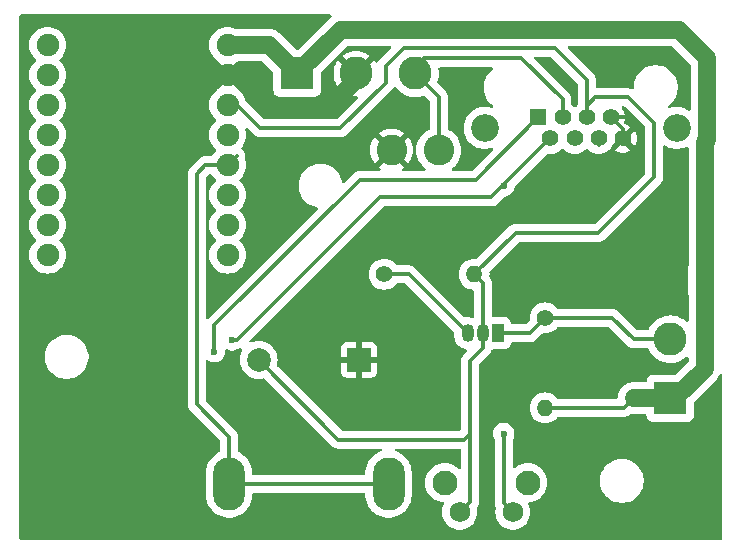
<source format=gbr>
%TF.GenerationSoftware,KiCad,Pcbnew,8.0.6*%
%TF.CreationDate,2025-03-17T22:04:27-06:00*%
%TF.ProjectId,Eli-Neopixel,456c692d-4e65-46f7-9069-78656c2e6b69,rev?*%
%TF.SameCoordinates,Original*%
%TF.FileFunction,Copper,L2,Bot*%
%TF.FilePolarity,Positive*%
%FSLAX46Y46*%
G04 Gerber Fmt 4.6, Leading zero omitted, Abs format (unit mm)*
G04 Created by KiCad (PCBNEW 8.0.6) date 2025-03-17 22:04:27*
%MOMM*%
%LPD*%
G01*
G04 APERTURE LIST*
%TA.AperFunction,Conductor*%
%ADD10C,0.200000*%
%TD*%
%TA.AperFunction,ComponentPad*%
%ADD11C,1.750000*%
%TD*%
%TA.AperFunction,ComponentPad*%
%ADD12C,2.100000*%
%TD*%
%TA.AperFunction,ComponentPad*%
%ADD13C,2.600000*%
%TD*%
%TA.AperFunction,ComponentPad*%
%ADD14C,1.905000*%
%TD*%
%TA.AperFunction,ComponentPad*%
%ADD15R,2.800000X2.800000*%
%TD*%
%TA.AperFunction,ComponentPad*%
%ADD16C,2.800000*%
%TD*%
%TA.AperFunction,ComponentPad*%
%ADD17C,1.400000*%
%TD*%
%TA.AperFunction,ComponentPad*%
%ADD18O,1.400000X1.400000*%
%TD*%
%TA.AperFunction,ComponentPad*%
%ADD19R,2.000000X2.000000*%
%TD*%
%TA.AperFunction,ComponentPad*%
%ADD20O,2.720000X4.500000*%
%TD*%
%TA.AperFunction,ComponentPad*%
%ADD21C,2.000000*%
%TD*%
%TA.AperFunction,ComponentPad*%
%ADD22C,2.355000*%
%TD*%
%TA.AperFunction,ComponentPad*%
%ADD23C,1.398000*%
%TD*%
%TA.AperFunction,ComponentPad*%
%ADD24R,1.398000X1.398000*%
%TD*%
%TA.AperFunction,ComponentPad*%
%ADD25R,1.050000X1.500000*%
%TD*%
%TA.AperFunction,ComponentPad*%
%ADD26O,1.050000X1.500000*%
%TD*%
%TA.AperFunction,ViaPad*%
%ADD27C,0.600000*%
%TD*%
%TA.AperFunction,ViaPad*%
%ADD28C,3.000000*%
%TD*%
%TA.AperFunction,Conductor*%
%ADD29C,0.304800*%
%TD*%
%TA.AperFunction,Conductor*%
%ADD30C,1.500000*%
%TD*%
%TA.AperFunction,Conductor*%
%ADD31C,2.000000*%
%TD*%
G04 APERTURE END LIST*
%TO.N,GND*%
D10*
X173500000Y-66500000D02*
X177000000Y-66500000D01*
X177000000Y-70500000D01*
X173500000Y-70500000D01*
X173500000Y-66500000D01*
%TA.AperFunction,Conductor*%
G36*
X173500000Y-66500000D02*
G01*
X177000000Y-66500000D01*
X177000000Y-70500000D01*
X173500000Y-70500000D01*
X173500000Y-66500000D01*
G37*
%TD.AperFunction*%
%TD*%
D11*
%TO.P,SW1,2,2*%
%TO.N,+3.3V*%
X157775000Y-88137500D03*
%TO.P,SW1,1,1*%
%TO.N,/button Signal*%
X162275000Y-88137500D03*
D12*
%TO.P,SW1,*%
%TO.N,*%
X156515000Y-85647500D03*
X163525000Y-85647500D03*
%TD*%
D13*
%TO.P,PWR_ON1,1,1*%
%TO.N,/powerSW*%
X156000000Y-57500000D03*
%TD*%
D14*
%TO.P,U1,G,GND*%
%TO.N,GND*%
X138120000Y-51140000D03*
%TO.P,U1,21,GPIO21*%
%TO.N,/Extern_input*%
X122880000Y-66380000D03*
%TO.P,U1,20,GPIO20*%
%TO.N,/button Signal*%
X122880000Y-63840000D03*
%TO.P,U1,10,GPIO10*%
%TO.N,unconnected-(U1-GPIO10-Pad10)*%
X122880000Y-61300000D03*
%TO.P,U1,9,GPIO9*%
%TO.N,unconnected-(U1-GPIO9-Pad9)*%
X122880000Y-58760000D03*
%TO.P,U1,8,GPIO8*%
%TO.N,unconnected-(U1-GPIO8-Pad8)*%
X122880000Y-56220000D03*
%TO.P,U1,7,GPIO7*%
%TO.N,unconnected-(U1-GPIO7-Pad7)*%
X122880000Y-53680000D03*
%TO.P,U1,6,GPIO6*%
%TO.N,/Neopixel Signal 3v3*%
X122880000Y-51140000D03*
%TO.P,U1,5V,5V*%
%TO.N,+5V*%
X138120000Y-48600000D03*
%TO.P,U1,5,GPIO5*%
%TO.N,unconnected-(U1-GPIO5-Pad5)*%
X122880000Y-48600000D03*
%TO.P,U1,4,GPIO4*%
%TO.N,/Potentiometer2*%
X138120000Y-56220000D03*
%TO.P,U1,3.3,3V3*%
%TO.N,+3.3V*%
X138120000Y-53680000D03*
%TO.P,U1,3,GPIO3*%
%TO.N,/Potentiometer1*%
X138120000Y-58760000D03*
%TO.P,U1,2,GPIO2*%
%TO.N,unconnected-(U1-GPIO2-Pad2)*%
X138120000Y-61300000D03*
%TO.P,U1,1,GPIO1*%
%TO.N,unconnected-(U1-GPIO1-Pad1)*%
X138120000Y-63840000D03*
%TO.P,U1,0,GPIO0*%
%TO.N,unconnected-(U1-GPIO0-Pad0)*%
X138120000Y-66380000D03*
%TD*%
D15*
%TO.P,NeopixelInterface1,1,Pin_1*%
%TO.N,+5V*%
X175595000Y-78500000D03*
D16*
%TO.P,NeopixelInterface1,2,Pin_2*%
%TO.N,/Neopixel Signal 5v*%
X175595000Y-73500000D03*
%TO.P,NeopixelInterface1,3,Pin_3*%
%TO.N,GND*%
X175595000Y-68500000D03*
%TD*%
D17*
%TO.P,R1,1*%
%TO.N,/Neopixel Signal 5v*%
X165000000Y-71690000D03*
D18*
%TO.P,R1,2*%
%TO.N,+5V*%
X165000000Y-79310000D03*
%TD*%
D19*
%TO.P,RV1,1,1*%
%TO.N,GND*%
X149250000Y-75250000D03*
D20*
%TO.P,RV1,2,2*%
%TO.N,/Potentiometer1*%
X151750000Y-85750000D03*
X138250000Y-85750000D03*
D21*
%TO.P,RV1,3,3*%
%TO.N,+3.3V*%
X140750000Y-75250000D03*
%TD*%
D22*
%TO.P,J1,S2,SHIELD*%
%TO.N,Net-(J1-SHIELD-PadS1)*%
X176150000Y-55610000D03*
%TO.P,J1,S1,SHIELD*%
X159890000Y-55610000D03*
D23*
%TO.P,J1,8,8*%
%TO.N,GND*%
X171580000Y-56500000D03*
%TO.P,J1,7,7*%
X170560000Y-54720000D03*
%TO.P,J1,6,6*%
%TO.N,/Potentiometer2*%
X169540000Y-56500000D03*
%TO.P,J1,5,5*%
%TO.N,+3.3V*%
X168520000Y-54720000D03*
%TO.P,J1,4,4*%
%TO.N,unconnected-(J1-Pad4)*%
X167500000Y-56500000D03*
%TO.P,J1,3,3*%
%TO.N,/powerSW*%
X166480000Y-54720000D03*
%TO.P,J1,2,2*%
%TO.N,/button Signal*%
X165460000Y-56500000D03*
D24*
%TO.P,J1,1,1*%
%TO.N,/Extern_input*%
X164440000Y-54720000D03*
%TD*%
D13*
%TO.P,GND1,1,1*%
%TO.N,GND*%
X152000000Y-57500000D03*
%TD*%
D15*
%TO.P,PSU1,1,Pin_1*%
%TO.N,+5V*%
X144000000Y-51000000D03*
D16*
%TO.P,PSU1,2,Pin_2*%
%TO.N,GND*%
X149000000Y-51000000D03*
%TO.P,PSU1,3,Pin_3*%
%TO.N,/powerSW*%
X154000000Y-51000000D03*
%TD*%
D17*
%TO.P,R2,1*%
%TO.N,/Neopixel Signal 3v3*%
X151380000Y-68000000D03*
D18*
%TO.P,R2,2*%
%TO.N,+3.3V*%
X159000000Y-68000000D03*
%TD*%
D25*
%TO.P,Q1,1,D*%
%TO.N,/Neopixel Signal 5v*%
X161000000Y-73000000D03*
D26*
%TO.P,Q1,2,G*%
%TO.N,+3.3V*%
X159730000Y-73000000D03*
%TO.P,Q1,3,S*%
%TO.N,/Neopixel Signal 3v3*%
X158460000Y-73000000D03*
%TD*%
D27*
%TO.N,GND*%
X143000000Y-82000000D03*
X127500000Y-59000000D03*
%TO.N,/Extern_input*%
X137000000Y-74556400D03*
%TO.N,/button Signal*%
X138500000Y-73556400D03*
X161500000Y-60500000D03*
%TO.N,GND*%
X164000000Y-60500000D03*
X166500000Y-69000000D03*
X130500000Y-78000000D03*
X169500000Y-67500000D03*
X158000000Y-52500000D03*
D28*
X164000000Y-68000000D03*
D27*
X127500000Y-69000000D03*
X175500000Y-64000000D03*
X169500000Y-69000000D03*
X166500000Y-67500000D03*
X168000000Y-66500000D03*
X166000000Y-51000000D03*
X173500000Y-64000000D03*
X156000000Y-79500000D03*
X171000000Y-49500000D03*
X141500000Y-60000000D03*
X168000000Y-70000000D03*
%TO.N,/button Signal*%
X161500000Y-81500000D03*
%TD*%
D29*
%TO.N,/button Signal*%
X160460000Y-61500000D02*
X165460000Y-56500000D01*
X151000000Y-61500000D02*
X160460000Y-61500000D01*
X138943600Y-73556400D02*
X151000000Y-61500000D01*
X138500000Y-73556400D02*
X138943600Y-73556400D01*
%TO.N,/Extern_input*%
X159160000Y-60000000D02*
X164440000Y-54720000D01*
X137000000Y-74556400D02*
X137000000Y-72331821D01*
X149331821Y-60000000D02*
X159160000Y-60000000D01*
X137000000Y-72331821D02*
X149331821Y-60000000D01*
%TO.N,/Potentiometer1*%
X135500000Y-79000000D02*
X138250000Y-81750000D01*
X135500000Y-59500000D02*
X135500000Y-79000000D01*
X136240000Y-58760000D02*
X135500000Y-59500000D01*
X138250000Y-81750000D02*
X138250000Y-85750000D01*
X138120000Y-58760000D02*
X136240000Y-58760000D01*
D30*
%TO.N,GND*%
X139467038Y-51140000D02*
X138120000Y-51140000D01*
D29*
X170560000Y-54720000D02*
X172220000Y-54720000D01*
D30*
X149000000Y-51570000D02*
X146785000Y-53785000D01*
D31*
X175500000Y-70000000D02*
X175500000Y-67000000D01*
X173500000Y-68500000D02*
X175000000Y-68500000D01*
D30*
X138120000Y-51140000D02*
X137398116Y-51140000D01*
X141215000Y-53785000D02*
X140457500Y-53027500D01*
D31*
X175000000Y-68500000D02*
X175500000Y-68000000D01*
D29*
X172220000Y-54720000D02*
X172500000Y-55000000D01*
D30*
X139467038Y-51140000D02*
X139467038Y-50704000D01*
X146785000Y-53785000D02*
X141215000Y-53785000D01*
D29*
X171580000Y-55740000D02*
X171580000Y-56500000D01*
X170560000Y-54720000D02*
X171580000Y-55740000D01*
D30*
X149000000Y-51000000D02*
X149000000Y-51570000D01*
X140457500Y-52130462D02*
X139467038Y-51140000D01*
X139467038Y-50704000D02*
X139500000Y-50704000D01*
X136860000Y-51140000D02*
X136500000Y-51500000D01*
X139467038Y-51140000D02*
X136860000Y-51140000D01*
X137398116Y-51140000D02*
X136379058Y-50120942D01*
D29*
X171580000Y-56500000D02*
X171624000Y-56500000D01*
D30*
X140457500Y-53027500D02*
X140457500Y-52130462D01*
D29*
%TO.N,/powerSW*%
X154000000Y-50500000D02*
X154778600Y-49721400D01*
X163000000Y-49721400D02*
X166480000Y-53201400D01*
X154778600Y-49721400D02*
X163000000Y-49721400D01*
X154000000Y-51000000D02*
X154000000Y-50500000D01*
X154000000Y-51000000D02*
X156000000Y-53000000D01*
X166480000Y-53201400D02*
X166480000Y-54720000D01*
X156000000Y-53000000D02*
X156000000Y-57500000D01*
%TO.N,+3.3V*%
X153093949Y-48812600D02*
X151500000Y-50406549D01*
X147500000Y-82000000D02*
X158149999Y-82000000D01*
X172019777Y-53019777D02*
X174216100Y-55216100D01*
X159730000Y-68730000D02*
X159730000Y-73000000D01*
X174216100Y-55216100D02*
X174216100Y-59783900D01*
X140750000Y-75250000D02*
X147500000Y-82000000D01*
X158649999Y-81500000D02*
X158649999Y-87262501D01*
X159730000Y-74270000D02*
X158649999Y-75350001D01*
X159730000Y-73000000D02*
X159730000Y-74270000D01*
X151500000Y-51812600D02*
X147680100Y-55632500D01*
X168520000Y-51520000D02*
X165812600Y-48812600D01*
X158649999Y-75350001D02*
X158649999Y-81500000D01*
X168520000Y-54720000D02*
X168520000Y-53731465D01*
X140888288Y-55632500D02*
X138935788Y-53680000D01*
X168520000Y-54720000D02*
X168520000Y-51520000D01*
X151500000Y-50406549D02*
X151500000Y-51812600D01*
X169231688Y-53019777D02*
X172019777Y-53019777D01*
X168520000Y-53731465D02*
X169231688Y-53019777D01*
X162500000Y-64500000D02*
X159000000Y-68000000D01*
X165812600Y-48812600D02*
X153093949Y-48812600D01*
X158149999Y-82000000D02*
X158649999Y-81500000D01*
X159000000Y-68000000D02*
X159730000Y-68730000D01*
X138935788Y-53680000D02*
X138120000Y-53680000D01*
X174216100Y-59783900D02*
X169500000Y-64500000D01*
X147680100Y-55632500D02*
X140888288Y-55632500D01*
X169500000Y-64500000D02*
X162500000Y-64500000D01*
X158649999Y-87262501D02*
X157775000Y-88137500D01*
%TO.N,/button Signal*%
X161500000Y-81500000D02*
X161500000Y-87362500D01*
X161500000Y-87362500D02*
X162275000Y-88137500D01*
%TO.N,/Potentiometer1*%
X138880000Y-58000000D02*
X138120000Y-58760000D01*
%TO.N,/Potentiometer2*%
X169540000Y-57084600D02*
X169540000Y-56500000D01*
D30*
%TO.N,+5V*%
X178500000Y-76000000D02*
X176000000Y-78500000D01*
X141600000Y-48600000D02*
X144000000Y-51000000D01*
X178681500Y-56658582D02*
X178500000Y-56840082D01*
X176306200Y-47306200D02*
X178681500Y-49681500D01*
X176000000Y-78500000D02*
X172500000Y-78500000D01*
D29*
X171690000Y-79310000D02*
X172500000Y-78500000D01*
D30*
X178500000Y-56840082D02*
X178500000Y-76000000D01*
D29*
X165000000Y-79310000D02*
X171690000Y-79310000D01*
D30*
X147693800Y-47306200D02*
X176306200Y-47306200D01*
X141600000Y-48600000D02*
X138120000Y-48600000D01*
X178681500Y-49681500D02*
X178681500Y-56658582D01*
X144000000Y-51000000D02*
X147693800Y-47306200D01*
D29*
%TO.N,/Potentiometer1*%
X151750000Y-85750000D02*
X138250000Y-85750000D01*
%TO.N,/Potentiometer2*%
X138441300Y-56541300D02*
X138120000Y-56220000D01*
%TO.N,/Neopixel Signal 5v*%
X163690000Y-73000000D02*
X161011400Y-73000000D01*
X165000000Y-71690000D02*
X170690000Y-71690000D01*
X170690000Y-71690000D02*
X172500000Y-73500000D01*
X172500000Y-73500000D02*
X175595000Y-73500000D01*
X165000000Y-71690000D02*
X163690000Y-73000000D01*
%TO.N,/Neopixel Signal 3v3*%
X153448600Y-68000000D02*
X158448600Y-73000000D01*
X151380000Y-68000000D02*
X153448600Y-68000000D01*
%TD*%
%TA.AperFunction,Conductor*%
%TO.N,GND*%
G36*
X146872623Y-46019685D02*
G01*
X146918378Y-46072489D01*
X146928322Y-46141647D01*
X146899297Y-46205203D01*
X146878470Y-46224317D01*
X146811408Y-46273041D01*
X146811399Y-46273048D01*
X144125266Y-48959181D01*
X144063943Y-48992666D01*
X144037585Y-48995500D01*
X143962415Y-48995500D01*
X143895376Y-48975815D01*
X143874734Y-48959181D01*
X142482396Y-47566844D01*
X142482394Y-47566842D01*
X142384378Y-47495631D01*
X142384376Y-47495628D01*
X142326584Y-47453640D01*
X142309913Y-47441528D01*
X142150886Y-47360500D01*
X142150886Y-47360499D01*
X142150884Y-47360499D01*
X142119953Y-47344738D01*
X142119950Y-47344737D01*
X142119948Y-47344736D01*
X141917179Y-47278852D01*
X141811890Y-47262176D01*
X141790832Y-47258840D01*
X141706605Y-47245500D01*
X141706601Y-47245500D01*
X138924541Y-47245500D01*
X138859753Y-47227228D01*
X138829049Y-47208413D01*
X138829047Y-47208412D01*
X138829037Y-47208407D01*
X138602624Y-47114624D01*
X138364325Y-47057414D01*
X138120000Y-47038185D01*
X137875674Y-47057414D01*
X137637375Y-47114624D01*
X137410957Y-47208409D01*
X137201987Y-47336465D01*
X137015630Y-47495630D01*
X136856465Y-47681987D01*
X136728409Y-47890957D01*
X136634624Y-48117375D01*
X136577414Y-48355674D01*
X136577414Y-48355678D01*
X136558185Y-48600000D01*
X136574110Y-48802347D01*
X136577414Y-48844319D01*
X136577414Y-48844323D01*
X136634624Y-49082624D01*
X136728409Y-49309042D01*
X136728412Y-49309047D01*
X136728413Y-49309049D01*
X136856465Y-49518012D01*
X137015630Y-49704370D01*
X137201988Y-49863535D01*
X137222382Y-49876032D01*
X137269259Y-49927843D01*
X137271180Y-49937627D01*
X137883992Y-50550439D01*
X137819215Y-50577271D01*
X137715211Y-50646764D01*
X137626764Y-50735211D01*
X137557271Y-50839215D01*
X137530438Y-50903992D01*
X136930881Y-50304435D01*
X136838185Y-50446317D01*
X136741491Y-50666759D01*
X136682399Y-50900110D01*
X136662522Y-51139994D01*
X136662522Y-51140005D01*
X136682399Y-51379889D01*
X136741491Y-51613240D01*
X136838185Y-51833682D01*
X136930880Y-51975563D01*
X137530438Y-51376006D01*
X137557271Y-51440785D01*
X137626764Y-51544789D01*
X137715211Y-51633236D01*
X137819215Y-51702729D01*
X137883991Y-51729560D01*
X137269100Y-52344451D01*
X137265863Y-52358687D01*
X137222385Y-52403965D01*
X137201993Y-52416461D01*
X137201990Y-52416462D01*
X137015630Y-52575630D01*
X136856465Y-52761987D01*
X136728409Y-52970957D01*
X136634624Y-53197375D01*
X136577414Y-53435674D01*
X136558185Y-53680000D01*
X136577414Y-53924325D01*
X136634624Y-54162624D01*
X136728409Y-54389042D01*
X136728412Y-54389047D01*
X136728413Y-54389049D01*
X136856465Y-54598012D01*
X137015630Y-54784370D01*
X137079922Y-54839281D01*
X137099158Y-54855710D01*
X137137351Y-54914217D01*
X137137849Y-54984085D01*
X137100495Y-55043131D01*
X137099158Y-55044290D01*
X137015630Y-55115630D01*
X136856465Y-55301987D01*
X136728409Y-55510957D01*
X136634624Y-55737375D01*
X136577414Y-55975674D01*
X136558185Y-56220000D01*
X136577414Y-56464325D01*
X136634624Y-56702624D01*
X136728409Y-56929042D01*
X136728412Y-56929047D01*
X136728413Y-56929049D01*
X136856465Y-57138012D01*
X137015630Y-57324370D01*
X137048207Y-57352193D01*
X137099158Y-57395710D01*
X137137351Y-57454217D01*
X137137849Y-57524085D01*
X137100495Y-57583131D01*
X137099158Y-57584290D01*
X137015630Y-57655630D01*
X136856462Y-57841990D01*
X136856461Y-57841992D01*
X136794019Y-57943890D01*
X136742208Y-57990765D01*
X136688292Y-58003100D01*
X136165450Y-58003100D01*
X136043482Y-58027362D01*
X136028870Y-58030268D01*
X136019218Y-58032188D01*
X136019216Y-58032189D01*
X136005357Y-58037930D01*
X135881478Y-58089242D01*
X135881470Y-58089246D01*
X135834947Y-58120332D01*
X135807159Y-58138899D01*
X135807158Y-58138900D01*
X135807157Y-58138899D01*
X135757504Y-58172078D01*
X135757496Y-58172084D01*
X134912081Y-59017498D01*
X134912078Y-59017501D01*
X134860288Y-59095012D01*
X134829249Y-59141465D01*
X134829242Y-59141478D01*
X134790171Y-59235804D01*
X134775105Y-59272178D01*
X134775103Y-59272184D01*
X134772190Y-59279215D01*
X134772187Y-59279223D01*
X134743100Y-59425449D01*
X134743100Y-79074549D01*
X134759601Y-79157500D01*
X134759601Y-79157502D01*
X134772186Y-79220772D01*
X134772189Y-79220784D01*
X134788899Y-79261125D01*
X134829241Y-79358521D01*
X134859633Y-79404007D01*
X134859636Y-79404010D01*
X134912077Y-79482496D01*
X137456781Y-82027199D01*
X137490266Y-82088522D01*
X137493100Y-82114880D01*
X137493100Y-82964304D01*
X137473415Y-83031343D01*
X137420611Y-83077098D01*
X137416555Y-83078864D01*
X137379263Y-83094311D01*
X137379249Y-83094318D01*
X137156236Y-83223076D01*
X136951937Y-83379840D01*
X136951930Y-83379846D01*
X136769846Y-83561930D01*
X136769840Y-83561937D01*
X136613076Y-83766236D01*
X136484316Y-83989252D01*
X136484311Y-83989263D01*
X136385763Y-84227178D01*
X136364953Y-84304844D01*
X136320778Y-84469711D01*
X136319114Y-84475920D01*
X136319111Y-84475933D01*
X136285501Y-84731229D01*
X136285500Y-84731246D01*
X136285500Y-86768753D01*
X136285501Y-86768770D01*
X136319111Y-87024066D01*
X136319112Y-87024071D01*
X136319113Y-87024077D01*
X136352438Y-87148450D01*
X136385763Y-87272821D01*
X136484311Y-87510736D01*
X136484316Y-87510747D01*
X136547985Y-87621024D01*
X136613073Y-87733759D01*
X136613075Y-87733762D01*
X136613076Y-87733763D01*
X136769840Y-87938062D01*
X136769846Y-87938069D01*
X136951930Y-88120153D01*
X136951937Y-88120159D01*
X136974536Y-88137500D01*
X137156241Y-88276927D01*
X137299576Y-88359681D01*
X137379252Y-88405683D01*
X137379257Y-88405685D01*
X137379260Y-88405687D01*
X137617177Y-88504236D01*
X137865923Y-88570887D01*
X138121240Y-88604500D01*
X138121247Y-88604500D01*
X138378753Y-88604500D01*
X138378760Y-88604500D01*
X138634077Y-88570887D01*
X138882823Y-88504236D01*
X139120740Y-88405687D01*
X139343759Y-88276927D01*
X139548064Y-88120158D01*
X139730158Y-87938064D01*
X139886927Y-87733759D01*
X140015687Y-87510740D01*
X140114236Y-87272823D01*
X140180887Y-87024077D01*
X140214500Y-86768760D01*
X140214500Y-86630900D01*
X140234185Y-86563861D01*
X140286989Y-86518106D01*
X140338500Y-86506900D01*
X149661500Y-86506900D01*
X149728539Y-86526585D01*
X149774294Y-86579389D01*
X149785500Y-86630900D01*
X149785500Y-86768753D01*
X149785501Y-86768770D01*
X149819111Y-87024066D01*
X149819112Y-87024071D01*
X149819113Y-87024077D01*
X149852438Y-87148450D01*
X149885763Y-87272821D01*
X149984311Y-87510736D01*
X149984316Y-87510747D01*
X150047985Y-87621024D01*
X150113073Y-87733759D01*
X150113075Y-87733762D01*
X150113076Y-87733763D01*
X150269840Y-87938062D01*
X150269846Y-87938069D01*
X150451930Y-88120153D01*
X150451937Y-88120159D01*
X150474536Y-88137500D01*
X150656241Y-88276927D01*
X150799576Y-88359681D01*
X150879252Y-88405683D01*
X150879257Y-88405685D01*
X150879260Y-88405687D01*
X151117177Y-88504236D01*
X151365923Y-88570887D01*
X151621240Y-88604500D01*
X151621247Y-88604500D01*
X151878753Y-88604500D01*
X151878760Y-88604500D01*
X152134077Y-88570887D01*
X152382823Y-88504236D01*
X152620740Y-88405687D01*
X152843759Y-88276927D01*
X153048064Y-88120158D01*
X153230158Y-87938064D01*
X153386927Y-87733759D01*
X153515687Y-87510740D01*
X153614236Y-87272823D01*
X153680887Y-87024077D01*
X153714500Y-86768760D01*
X153714500Y-84731240D01*
X153680887Y-84475923D01*
X153614236Y-84227177D01*
X153515687Y-83989260D01*
X153515685Y-83989257D01*
X153515683Y-83989252D01*
X153469681Y-83909576D01*
X153386927Y-83766241D01*
X153230158Y-83561936D01*
X153230153Y-83561930D01*
X153048069Y-83379846D01*
X153048062Y-83379840D01*
X152843763Y-83223076D01*
X152843762Y-83223075D01*
X152843759Y-83223073D01*
X152754842Y-83171737D01*
X152620747Y-83094316D01*
X152620736Y-83094311D01*
X152382091Y-82995461D01*
X152327688Y-82951620D01*
X152305623Y-82885326D01*
X152322902Y-82817626D01*
X152374039Y-82770016D01*
X152429544Y-82756900D01*
X157769099Y-82756900D01*
X157836138Y-82776585D01*
X157881893Y-82829389D01*
X157893099Y-82880900D01*
X157893099Y-84379719D01*
X157873414Y-84446758D01*
X157820610Y-84492513D01*
X157751452Y-84502457D01*
X157688568Y-84474009D01*
X157490501Y-84304844D01*
X157490493Y-84304838D01*
X157268449Y-84168770D01*
X157268450Y-84168770D01*
X157027852Y-84069111D01*
X156774624Y-84008317D01*
X156515000Y-83987884D01*
X156255375Y-84008317D01*
X156002147Y-84069111D01*
X155761549Y-84168770D01*
X155539506Y-84304838D01*
X155539504Y-84304839D01*
X155341474Y-84473974D01*
X155172339Y-84672004D01*
X155172338Y-84672006D01*
X155036270Y-84894049D01*
X154936611Y-85134647D01*
X154875817Y-85387875D01*
X154855384Y-85647500D01*
X154875817Y-85907124D01*
X154936611Y-86160352D01*
X155036270Y-86400950D01*
X155172338Y-86622993D01*
X155172339Y-86622995D01*
X155229652Y-86690100D01*
X155341474Y-86821026D01*
X155427220Y-86894260D01*
X155539504Y-86990160D01*
X155539506Y-86990161D01*
X155761550Y-87126229D01*
X155761549Y-87126229D01*
X156002147Y-87225888D01*
X156002148Y-87225888D01*
X156002150Y-87225889D01*
X156255379Y-87286683D01*
X156349482Y-87294089D01*
X156414767Y-87318972D01*
X156456238Y-87375203D01*
X156460725Y-87444928D01*
X156453306Y-87467515D01*
X156370868Y-87655458D01*
X156370866Y-87655462D01*
X156310676Y-87893151D01*
X156290429Y-88137494D01*
X156290429Y-88137505D01*
X156310676Y-88381848D01*
X156370866Y-88619537D01*
X156469359Y-88844079D01*
X156603463Y-89049339D01*
X156603465Y-89049342D01*
X156769527Y-89229734D01*
X156769530Y-89229736D01*
X156769533Y-89229739D01*
X156963008Y-89380327D01*
X156963014Y-89380331D01*
X156963017Y-89380333D01*
X157178655Y-89497031D01*
X157410559Y-89576644D01*
X157652405Y-89617000D01*
X157897595Y-89617000D01*
X158139441Y-89576644D01*
X158371345Y-89497031D01*
X158586983Y-89380333D01*
X158780473Y-89229734D01*
X158946535Y-89049342D01*
X159080641Y-88844078D01*
X159179133Y-88619539D01*
X159239323Y-88381852D01*
X159259571Y-88137500D01*
X159258134Y-88120159D01*
X159239324Y-87893156D01*
X159239321Y-87893139D01*
X159225272Y-87837663D01*
X159227896Y-87767843D01*
X159242371Y-87738336D01*
X159320754Y-87621028D01*
X159320755Y-87621027D01*
X159320755Y-87621026D01*
X159320757Y-87621024D01*
X159377809Y-87483284D01*
X159377811Y-87483280D01*
X159394883Y-87397455D01*
X159406899Y-87337051D01*
X159406899Y-81500000D01*
X160590518Y-81500000D01*
X160610392Y-81689092D01*
X160610393Y-81689095D01*
X160669145Y-81869917D01*
X160669147Y-81869920D01*
X160726487Y-81969236D01*
X160743100Y-82031234D01*
X160743100Y-87437048D01*
X160743100Y-87437050D01*
X160743099Y-87437050D01*
X160772186Y-87583273D01*
X160772189Y-87583283D01*
X160829026Y-87720501D01*
X160836495Y-87789970D01*
X160834671Y-87798392D01*
X160810676Y-87893149D01*
X160790429Y-88137494D01*
X160790429Y-88137505D01*
X160810676Y-88381848D01*
X160870866Y-88619537D01*
X160969359Y-88844079D01*
X161103463Y-89049339D01*
X161103465Y-89049342D01*
X161269527Y-89229734D01*
X161269530Y-89229736D01*
X161269533Y-89229739D01*
X161463008Y-89380327D01*
X161463014Y-89380331D01*
X161463017Y-89380333D01*
X161678655Y-89497031D01*
X161910559Y-89576644D01*
X162152405Y-89617000D01*
X162397595Y-89617000D01*
X162639441Y-89576644D01*
X162871345Y-89497031D01*
X163086983Y-89380333D01*
X163280473Y-89229734D01*
X163446535Y-89049342D01*
X163580641Y-88844078D01*
X163679133Y-88619539D01*
X163739323Y-88381852D01*
X163759571Y-88137500D01*
X163739323Y-87893148D01*
X163679133Y-87655461D01*
X163596359Y-87466755D01*
X163587456Y-87397455D01*
X163617433Y-87334343D01*
X163676773Y-87297456D01*
X163700174Y-87293329D01*
X163784621Y-87286683D01*
X164037850Y-87225889D01*
X164278450Y-87126229D01*
X164500498Y-86990158D01*
X164698526Y-86821026D01*
X164867658Y-86622998D01*
X165003729Y-86400950D01*
X165103389Y-86160350D01*
X165164183Y-85907121D01*
X165184616Y-85647500D01*
X165164183Y-85387879D01*
X165161982Y-85378711D01*
X169649500Y-85378711D01*
X169649500Y-85621288D01*
X169681161Y-85861785D01*
X169743947Y-86096104D01*
X169836773Y-86320205D01*
X169836776Y-86320212D01*
X169958064Y-86530289D01*
X169958066Y-86530292D01*
X169958067Y-86530293D01*
X170105733Y-86722736D01*
X170105739Y-86722743D01*
X170277256Y-86894260D01*
X170277262Y-86894265D01*
X170469711Y-87041936D01*
X170679788Y-87163224D01*
X170903900Y-87256054D01*
X171138211Y-87318838D01*
X171318586Y-87342584D01*
X171378711Y-87350500D01*
X171378712Y-87350500D01*
X171621289Y-87350500D01*
X171669388Y-87344167D01*
X171861789Y-87318838D01*
X172096100Y-87256054D01*
X172320212Y-87163224D01*
X172530289Y-87041936D01*
X172722738Y-86894265D01*
X172894265Y-86722738D01*
X173041936Y-86530289D01*
X173163224Y-86320212D01*
X173256054Y-86096100D01*
X173318838Y-85861789D01*
X173350500Y-85621288D01*
X173350500Y-85378712D01*
X173318838Y-85138211D01*
X173256054Y-84903900D01*
X173163224Y-84679788D01*
X173041936Y-84469711D01*
X172972883Y-84379719D01*
X172894266Y-84277263D01*
X172894260Y-84277256D01*
X172722743Y-84105739D01*
X172722736Y-84105733D01*
X172530293Y-83958067D01*
X172530292Y-83958066D01*
X172530289Y-83958064D01*
X172320212Y-83836776D01*
X172320205Y-83836773D01*
X172096104Y-83743947D01*
X171861785Y-83681161D01*
X171621289Y-83649500D01*
X171621288Y-83649500D01*
X171378712Y-83649500D01*
X171378711Y-83649500D01*
X171138214Y-83681161D01*
X170903895Y-83743947D01*
X170679794Y-83836773D01*
X170679785Y-83836777D01*
X170469706Y-83958067D01*
X170277263Y-84105733D01*
X170277256Y-84105739D01*
X170105739Y-84277256D01*
X170105733Y-84277263D01*
X169958067Y-84469706D01*
X169836777Y-84679785D01*
X169836773Y-84679794D01*
X169743947Y-84903895D01*
X169681161Y-85138214D01*
X169649500Y-85378711D01*
X165161982Y-85378711D01*
X165103389Y-85134650D01*
X165044757Y-84993100D01*
X165003729Y-84894049D01*
X164867661Y-84672006D01*
X164867660Y-84672004D01*
X164793099Y-84584705D01*
X164698526Y-84473974D01*
X164555788Y-84352064D01*
X164500495Y-84304839D01*
X164500493Y-84304838D01*
X164278449Y-84168770D01*
X164278450Y-84168770D01*
X164037852Y-84069111D01*
X163784624Y-84008317D01*
X163525000Y-83987884D01*
X163265375Y-84008317D01*
X163012147Y-84069111D01*
X162771549Y-84168770D01*
X162549506Y-84304838D01*
X162549498Y-84304844D01*
X162461431Y-84380061D01*
X162397670Y-84408632D01*
X162328584Y-84398195D01*
X162276108Y-84352064D01*
X162256900Y-84285771D01*
X162256900Y-82031234D01*
X162273512Y-81969236D01*
X162330853Y-81869920D01*
X162389608Y-81689092D01*
X162409482Y-81500000D01*
X162389608Y-81310908D01*
X162330853Y-81130080D01*
X162235786Y-80965420D01*
X162108562Y-80824123D01*
X161954741Y-80712365D01*
X161781045Y-80635031D01*
X161781043Y-80635030D01*
X161595067Y-80595500D01*
X161404933Y-80595500D01*
X161218957Y-80635030D01*
X161045257Y-80712366D01*
X160891436Y-80824124D01*
X160764213Y-80965421D01*
X160669147Y-81130079D01*
X160669144Y-81130086D01*
X160610393Y-81310904D01*
X160610392Y-81310908D01*
X160590518Y-81500000D01*
X159406899Y-81500000D01*
X159406899Y-75714881D01*
X159426584Y-75647842D01*
X159443218Y-75627200D01*
X160317919Y-74752499D01*
X160317922Y-74752496D01*
X160355583Y-74696132D01*
X160378338Y-74662078D01*
X160378338Y-74662077D01*
X160387063Y-74649019D01*
X160400756Y-74628526D01*
X160445990Y-74519320D01*
X160457812Y-74490780D01*
X160465067Y-74454306D01*
X160497451Y-74392398D01*
X160558166Y-74357823D01*
X160586684Y-74354499D01*
X161564619Y-74354499D01*
X161578367Y-74352688D01*
X161682806Y-74338940D01*
X161829858Y-74278030D01*
X161956134Y-74181134D01*
X162053030Y-74054858D01*
X162113940Y-73907806D01*
X162119613Y-73864714D01*
X162147880Y-73800818D01*
X162206204Y-73762347D01*
X162242552Y-73756900D01*
X163764549Y-73756900D01*
X163784967Y-73752838D01*
X163886512Y-73732638D01*
X163886515Y-73732638D01*
X163910775Y-73727813D01*
X163910775Y-73727812D01*
X163910780Y-73727812D01*
X163951123Y-73711100D01*
X163951125Y-73711100D01*
X164024306Y-73680788D01*
X164048526Y-73670756D01*
X164094988Y-73639710D01*
X164172496Y-73587923D01*
X164739283Y-73021134D01*
X164800604Y-72987651D01*
X164837766Y-72985289D01*
X164978488Y-72997600D01*
X164999999Y-72999483D01*
X165000000Y-72999483D01*
X165000002Y-72999483D01*
X165056847Y-72994509D01*
X165227389Y-72979589D01*
X165447870Y-72920512D01*
X165654742Y-72824046D01*
X165841719Y-72693122D01*
X166003122Y-72531719D01*
X166025490Y-72499774D01*
X166080066Y-72456151D01*
X166127063Y-72446900D01*
X170325119Y-72446900D01*
X170392158Y-72466585D01*
X170412800Y-72483219D01*
X172017502Y-74087921D01*
X172017505Y-74087923D01*
X172079489Y-74129339D01*
X172141474Y-74170756D01*
X172198530Y-74194389D01*
X172279220Y-74227813D01*
X172358950Y-74243671D01*
X172425452Y-74256900D01*
X173651825Y-74256900D01*
X173718864Y-74276585D01*
X173764619Y-74329389D01*
X173765766Y-74332156D01*
X173766987Y-74334831D01*
X173904396Y-74586477D01*
X173904397Y-74586478D01*
X173904400Y-74586483D01*
X174076231Y-74816021D01*
X174076235Y-74816025D01*
X174076240Y-74816031D01*
X174278968Y-75018759D01*
X174278974Y-75018764D01*
X174278979Y-75018769D01*
X174508517Y-75190600D01*
X174508521Y-75190602D01*
X174508522Y-75190603D01*
X174760168Y-75328012D01*
X174760172Y-75328014D01*
X174760174Y-75328015D01*
X175028825Y-75428216D01*
X175150220Y-75454624D01*
X175308995Y-75489164D01*
X175308997Y-75489164D01*
X175309001Y-75489165D01*
X175563156Y-75507342D01*
X175594999Y-75509620D01*
X175595000Y-75509620D01*
X175595001Y-75509620D01*
X175623653Y-75507570D01*
X175880999Y-75489165D01*
X176161175Y-75428216D01*
X176429826Y-75328015D01*
X176681483Y-75190600D01*
X176911021Y-75018769D01*
X176920447Y-75009343D01*
X176933819Y-74995972D01*
X176995142Y-74962487D01*
X177064834Y-74967471D01*
X177120767Y-75009343D01*
X177145184Y-75074807D01*
X177145500Y-75083653D01*
X177145500Y-75387585D01*
X177125815Y-75454624D01*
X177109181Y-75475266D01*
X176125266Y-76459181D01*
X176063943Y-76492666D01*
X176037585Y-76495500D01*
X174155381Y-76495500D01*
X174037193Y-76511060D01*
X174037187Y-76511062D01*
X173890144Y-76571968D01*
X173763866Y-76668866D01*
X173666968Y-76795144D01*
X173606061Y-76942190D01*
X173606060Y-76942194D01*
X173593488Y-77037686D01*
X173565221Y-77101582D01*
X173506897Y-77140053D01*
X173470549Y-77145500D01*
X172393399Y-77145500D01*
X172323206Y-77156617D01*
X172182819Y-77178853D01*
X172182816Y-77178853D01*
X171980055Y-77244734D01*
X171980052Y-77244736D01*
X171790086Y-77341528D01*
X171617601Y-77466847D01*
X171466847Y-77617601D01*
X171341528Y-77790086D01*
X171244736Y-77980052D01*
X171244734Y-77980055D01*
X171178853Y-78182816D01*
X171178853Y-78182819D01*
X171145500Y-78393399D01*
X171145500Y-78429100D01*
X171125815Y-78496139D01*
X171073011Y-78541894D01*
X171021500Y-78553100D01*
X166127063Y-78553100D01*
X166060024Y-78533415D01*
X166025489Y-78500225D01*
X166022628Y-78496139D01*
X166003122Y-78468281D01*
X165841719Y-78306878D01*
X165841717Y-78306876D01*
X165841712Y-78306872D01*
X165654745Y-78175955D01*
X165654741Y-78175953D01*
X165551306Y-78127721D01*
X165447870Y-78079488D01*
X165447866Y-78079487D01*
X165447862Y-78079485D01*
X165227394Y-78020412D01*
X165227390Y-78020411D01*
X165227389Y-78020411D01*
X165227388Y-78020410D01*
X165227383Y-78020410D01*
X165000002Y-78000517D01*
X164999998Y-78000517D01*
X164772616Y-78020410D01*
X164772605Y-78020412D01*
X164552137Y-78079485D01*
X164552128Y-78079489D01*
X164345259Y-78175953D01*
X164345255Y-78175955D01*
X164158280Y-78306878D01*
X163996878Y-78468280D01*
X163865955Y-78655255D01*
X163865953Y-78655259D01*
X163769489Y-78862128D01*
X163769485Y-78862137D01*
X163710412Y-79082605D01*
X163710410Y-79082616D01*
X163690517Y-79309998D01*
X163690517Y-79310001D01*
X163710410Y-79537383D01*
X163710412Y-79537394D01*
X163769485Y-79757862D01*
X163769487Y-79757866D01*
X163769488Y-79757870D01*
X163814547Y-79854500D01*
X163865953Y-79964741D01*
X163865955Y-79964745D01*
X163996872Y-80151712D01*
X163996881Y-80151722D01*
X164158277Y-80313118D01*
X164158287Y-80313127D01*
X164345254Y-80444044D01*
X164345258Y-80444046D01*
X164552130Y-80540512D01*
X164772611Y-80599589D01*
X164935031Y-80613799D01*
X164999998Y-80619483D01*
X165000000Y-80619483D01*
X165000002Y-80619483D01*
X165056847Y-80614509D01*
X165227389Y-80599589D01*
X165447870Y-80540512D01*
X165654742Y-80444046D01*
X165815996Y-80331134D01*
X165841712Y-80313127D01*
X165841712Y-80313126D01*
X165841719Y-80313122D01*
X166003122Y-80151719D01*
X166025490Y-80119774D01*
X166080066Y-80076151D01*
X166127063Y-80066900D01*
X171764549Y-80066900D01*
X171784967Y-80062838D01*
X171886512Y-80042638D01*
X171886515Y-80042638D01*
X171910775Y-80037813D01*
X171910775Y-80037812D01*
X171910780Y-80037812D01*
X171951123Y-80021100D01*
X171951125Y-80021100D01*
X172012547Y-79995658D01*
X172048526Y-79980756D01*
X172094988Y-79949710D01*
X172110081Y-79939626D01*
X172128994Y-79926989D01*
X172172496Y-79897923D01*
X172195510Y-79874908D01*
X172256832Y-79841423D01*
X172302587Y-79840116D01*
X172393399Y-79854500D01*
X173470550Y-79854500D01*
X173537589Y-79874185D01*
X173583344Y-79926989D01*
X173593488Y-79962314D01*
X173593809Y-79964745D01*
X173606060Y-80057806D01*
X173606062Y-80057812D01*
X173666968Y-80204855D01*
X173666969Y-80204857D01*
X173666970Y-80204858D01*
X173763866Y-80331134D01*
X173890142Y-80428030D01*
X174037194Y-80488940D01*
X174155381Y-80504500D01*
X177034618Y-80504499D01*
X177152806Y-80488940D01*
X177299858Y-80428030D01*
X177426134Y-80331134D01*
X177523030Y-80204858D01*
X177583940Y-80057806D01*
X177599500Y-79939619D01*
X177599499Y-78867412D01*
X177619183Y-78800374D01*
X177635813Y-78779737D01*
X179533154Y-76882398D01*
X179596549Y-76795142D01*
X179658472Y-76709913D01*
X179744060Y-76541936D01*
X179755264Y-76519948D01*
X179758069Y-76511312D01*
X179797506Y-76453639D01*
X179861865Y-76426440D01*
X179930711Y-76438354D01*
X179982187Y-76485598D01*
X180000000Y-76549632D01*
X180000000Y-90376000D01*
X179980315Y-90443039D01*
X179927511Y-90488794D01*
X179876000Y-90500000D01*
X120624000Y-90500000D01*
X120556961Y-90480315D01*
X120511206Y-90427511D01*
X120500000Y-90376000D01*
X120500000Y-74878711D01*
X122649500Y-74878711D01*
X122649500Y-75121288D01*
X122678824Y-75344035D01*
X122681162Y-75361789D01*
X122700057Y-75432306D01*
X122743947Y-75596104D01*
X122814549Y-75766552D01*
X122836776Y-75820212D01*
X122958064Y-76030289D01*
X122958066Y-76030292D01*
X122958067Y-76030293D01*
X123105733Y-76222736D01*
X123105739Y-76222743D01*
X123277256Y-76394260D01*
X123277262Y-76394265D01*
X123469711Y-76541936D01*
X123679788Y-76663224D01*
X123903900Y-76756054D01*
X124138211Y-76818838D01*
X124318586Y-76842584D01*
X124378711Y-76850500D01*
X124378712Y-76850500D01*
X124621289Y-76850500D01*
X124669388Y-76844167D01*
X124861789Y-76818838D01*
X125096100Y-76756054D01*
X125320212Y-76663224D01*
X125530289Y-76541936D01*
X125722738Y-76394265D01*
X125894265Y-76222738D01*
X126041936Y-76030289D01*
X126163224Y-75820212D01*
X126256054Y-75596100D01*
X126318838Y-75361789D01*
X126350500Y-75121288D01*
X126350500Y-74878712D01*
X126318838Y-74638211D01*
X126256054Y-74403900D01*
X126163224Y-74179788D01*
X126041936Y-73969711D01*
X125923957Y-73815957D01*
X125894266Y-73777263D01*
X125894260Y-73777256D01*
X125722743Y-73605739D01*
X125722736Y-73605733D01*
X125530293Y-73458067D01*
X125530292Y-73458066D01*
X125530289Y-73458064D01*
X125320212Y-73336776D01*
X125264970Y-73313894D01*
X125096104Y-73243947D01*
X124861785Y-73181161D01*
X124621289Y-73149500D01*
X124621288Y-73149500D01*
X124378712Y-73149500D01*
X124378711Y-73149500D01*
X124138214Y-73181161D01*
X123903895Y-73243947D01*
X123679794Y-73336773D01*
X123679785Y-73336777D01*
X123469706Y-73458067D01*
X123277263Y-73605733D01*
X123277256Y-73605739D01*
X123105739Y-73777256D01*
X123105733Y-73777263D01*
X122958067Y-73969706D01*
X122836777Y-74179785D01*
X122836773Y-74179794D01*
X122743947Y-74403895D01*
X122681161Y-74638214D01*
X122649500Y-74878711D01*
X120500000Y-74878711D01*
X120500000Y-48600000D01*
X121318185Y-48600000D01*
X121334110Y-48802347D01*
X121337414Y-48844319D01*
X121337414Y-48844323D01*
X121394624Y-49082624D01*
X121488409Y-49309042D01*
X121488412Y-49309047D01*
X121488413Y-49309049D01*
X121616465Y-49518012D01*
X121775630Y-49704370D01*
X121842737Y-49761685D01*
X121859158Y-49775710D01*
X121897351Y-49834217D01*
X121897849Y-49904085D01*
X121860495Y-49963131D01*
X121859158Y-49964290D01*
X121775630Y-50035630D01*
X121616465Y-50221987D01*
X121488409Y-50430957D01*
X121394624Y-50657375D01*
X121337414Y-50895674D01*
X121318185Y-51140000D01*
X121337414Y-51384325D01*
X121394624Y-51622624D01*
X121488409Y-51849042D01*
X121488412Y-51849047D01*
X121488413Y-51849049D01*
X121616465Y-52058012D01*
X121775630Y-52244370D01*
X121835026Y-52295099D01*
X121859158Y-52315710D01*
X121897351Y-52374217D01*
X121897849Y-52444085D01*
X121860495Y-52503131D01*
X121859158Y-52504290D01*
X121775630Y-52575630D01*
X121616465Y-52761987D01*
X121488409Y-52970957D01*
X121394624Y-53197375D01*
X121337414Y-53435674D01*
X121318185Y-53680000D01*
X121337414Y-53924325D01*
X121394624Y-54162624D01*
X121488409Y-54389042D01*
X121488412Y-54389047D01*
X121488413Y-54389049D01*
X121616465Y-54598012D01*
X121775630Y-54784370D01*
X121839922Y-54839281D01*
X121859158Y-54855710D01*
X121897351Y-54914217D01*
X121897849Y-54984085D01*
X121860495Y-55043131D01*
X121859158Y-55044290D01*
X121775630Y-55115630D01*
X121616465Y-55301987D01*
X121488409Y-55510957D01*
X121394624Y-55737375D01*
X121337414Y-55975674D01*
X121318185Y-56220000D01*
X121337414Y-56464325D01*
X121394624Y-56702624D01*
X121488409Y-56929042D01*
X121488412Y-56929047D01*
X121488413Y-56929049D01*
X121616465Y-57138012D01*
X121775630Y-57324370D01*
X121808207Y-57352193D01*
X121859158Y-57395710D01*
X121897351Y-57454217D01*
X121897849Y-57524085D01*
X121860495Y-57583131D01*
X121859158Y-57584290D01*
X121775630Y-57655630D01*
X121616465Y-57841987D01*
X121488409Y-58050957D01*
X121394624Y-58277375D01*
X121337414Y-58515674D01*
X121318185Y-58760000D01*
X121337414Y-59004325D01*
X121394624Y-59242624D01*
X121488409Y-59469042D01*
X121488412Y-59469047D01*
X121488413Y-59469049D01*
X121616465Y-59678012D01*
X121775630Y-59864370D01*
X121821908Y-59903895D01*
X121859158Y-59935710D01*
X121897351Y-59994217D01*
X121897849Y-60064085D01*
X121860495Y-60123131D01*
X121859158Y-60124290D01*
X121775630Y-60195630D01*
X121616465Y-60381987D01*
X121488409Y-60590957D01*
X121394624Y-60817375D01*
X121337414Y-61055674D01*
X121318185Y-61300000D01*
X121337414Y-61544325D01*
X121394624Y-61782624D01*
X121488409Y-62009042D01*
X121488412Y-62009047D01*
X121488413Y-62009049D01*
X121616465Y-62218012D01*
X121775630Y-62404370D01*
X121842737Y-62461685D01*
X121859158Y-62475710D01*
X121897351Y-62534217D01*
X121897849Y-62604085D01*
X121860495Y-62663131D01*
X121859158Y-62664290D01*
X121775630Y-62735630D01*
X121616465Y-62921987D01*
X121488409Y-63130957D01*
X121394624Y-63357375D01*
X121337414Y-63595674D01*
X121318185Y-63840000D01*
X121337414Y-64084325D01*
X121394624Y-64322624D01*
X121488409Y-64549042D01*
X121488412Y-64549047D01*
X121488413Y-64549049D01*
X121616465Y-64758012D01*
X121775630Y-64944370D01*
X121842737Y-65001685D01*
X121859158Y-65015710D01*
X121897351Y-65074217D01*
X121897849Y-65144085D01*
X121860495Y-65203131D01*
X121859158Y-65204290D01*
X121775630Y-65275630D01*
X121616465Y-65461987D01*
X121488409Y-65670957D01*
X121394624Y-65897375D01*
X121337414Y-66135674D01*
X121318185Y-66380000D01*
X121337414Y-66624325D01*
X121394624Y-66862624D01*
X121488409Y-67089042D01*
X121488412Y-67089047D01*
X121488413Y-67089049D01*
X121616465Y-67298012D01*
X121775630Y-67484370D01*
X121961988Y-67643535D01*
X122170951Y-67771587D01*
X122170954Y-67771588D01*
X122170957Y-67771590D01*
X122397375Y-67865375D01*
X122618772Y-67918527D01*
X122635678Y-67922586D01*
X122880000Y-67941815D01*
X123124322Y-67922586D01*
X123243474Y-67893980D01*
X123362624Y-67865375D01*
X123362625Y-67865374D01*
X123362627Y-67865374D01*
X123586577Y-67772611D01*
X123589042Y-67771590D01*
X123589042Y-67771589D01*
X123589049Y-67771587D01*
X123798012Y-67643535D01*
X123984370Y-67484370D01*
X124143535Y-67298012D01*
X124271587Y-67089049D01*
X124365374Y-66862627D01*
X124387735Y-66769489D01*
X124422585Y-66624325D01*
X124422586Y-66624322D01*
X124441815Y-66380000D01*
X124422586Y-66135678D01*
X124418527Y-66118772D01*
X124365375Y-65897375D01*
X124271590Y-65670957D01*
X124271588Y-65670954D01*
X124271587Y-65670951D01*
X124143535Y-65461988D01*
X123984370Y-65275630D01*
X123900840Y-65204288D01*
X123862648Y-65145783D01*
X123862149Y-65075916D01*
X123899503Y-65016869D01*
X123900790Y-65015753D01*
X123984370Y-64944370D01*
X124143535Y-64758012D01*
X124271587Y-64549049D01*
X124365374Y-64322627D01*
X124422586Y-64084322D01*
X124441815Y-63840000D01*
X124422586Y-63595678D01*
X124418527Y-63578772D01*
X124365375Y-63357375D01*
X124271590Y-63130957D01*
X124271588Y-63130954D01*
X124271587Y-63130951D01*
X124143535Y-62921988D01*
X123984370Y-62735630D01*
X123900840Y-62664288D01*
X123862648Y-62605783D01*
X123862149Y-62535916D01*
X123899503Y-62476869D01*
X123900790Y-62475753D01*
X123984370Y-62404370D01*
X124143535Y-62218012D01*
X124271587Y-62009049D01*
X124365374Y-61782627D01*
X124422586Y-61544322D01*
X124441815Y-61300000D01*
X124422586Y-61055678D01*
X124384862Y-60898547D01*
X124365375Y-60817375D01*
X124271590Y-60590957D01*
X124271588Y-60590954D01*
X124271587Y-60590951D01*
X124143535Y-60381988D01*
X123984370Y-60195630D01*
X123900840Y-60124288D01*
X123862648Y-60065783D01*
X123862149Y-59995916D01*
X123899503Y-59936869D01*
X123900790Y-59935753D01*
X123984370Y-59864370D01*
X124143535Y-59678012D01*
X124271587Y-59469049D01*
X124365374Y-59242627D01*
X124366769Y-59236819D01*
X124419422Y-59017501D01*
X124422586Y-59004322D01*
X124441815Y-58760000D01*
X124422586Y-58515678D01*
X124369169Y-58293179D01*
X124365375Y-58277375D01*
X124271590Y-58050957D01*
X124271588Y-58050954D01*
X124271587Y-58050951D01*
X124143535Y-57841988D01*
X123984370Y-57655630D01*
X123900840Y-57584288D01*
X123862648Y-57525783D01*
X123862149Y-57455916D01*
X123899503Y-57396869D01*
X123900790Y-57395753D01*
X123984370Y-57324370D01*
X124143535Y-57138012D01*
X124271587Y-56929049D01*
X124365374Y-56702627D01*
X124422586Y-56464322D01*
X124441815Y-56220000D01*
X124422586Y-55975678D01*
X124402915Y-55893741D01*
X124365375Y-55737375D01*
X124271590Y-55510957D01*
X124271588Y-55510954D01*
X124271587Y-55510951D01*
X124143535Y-55301988D01*
X123984370Y-55115630D01*
X123900840Y-55044288D01*
X123862648Y-54985783D01*
X123862149Y-54915916D01*
X123899503Y-54856869D01*
X123900790Y-54855753D01*
X123984370Y-54784370D01*
X124143535Y-54598012D01*
X124271587Y-54389049D01*
X124282000Y-54363911D01*
X124344563Y-54212869D01*
X124365374Y-54162627D01*
X124388630Y-54065761D01*
X124414075Y-53959774D01*
X124422586Y-53924322D01*
X124441815Y-53680000D01*
X124422586Y-53435678D01*
X124391215Y-53305007D01*
X124365375Y-53197375D01*
X124271590Y-52970957D01*
X124271588Y-52970954D01*
X124271587Y-52970951D01*
X124143535Y-52761988D01*
X123984370Y-52575630D01*
X123900840Y-52504288D01*
X123862648Y-52445783D01*
X123862149Y-52375916D01*
X123899503Y-52316869D01*
X123900790Y-52315753D01*
X123984370Y-52244370D01*
X124143535Y-52058012D01*
X124271587Y-51849049D01*
X124277954Y-51833679D01*
X124331705Y-51703911D01*
X124365374Y-51622627D01*
X124376607Y-51575841D01*
X124414329Y-51418714D01*
X124422586Y-51384322D01*
X124441815Y-51140000D01*
X124422586Y-50895678D01*
X124417557Y-50874732D01*
X124365375Y-50657375D01*
X124271590Y-50430957D01*
X124271588Y-50430954D01*
X124271587Y-50430951D01*
X124143535Y-50221988D01*
X123984370Y-50035630D01*
X123900840Y-49964288D01*
X123862648Y-49905783D01*
X123862149Y-49835916D01*
X123899503Y-49776869D01*
X123900790Y-49775753D01*
X123984370Y-49704370D01*
X124143535Y-49518012D01*
X124271587Y-49309049D01*
X124365374Y-49082627D01*
X124422586Y-48844322D01*
X124441815Y-48600000D01*
X124422586Y-48355678D01*
X124418527Y-48338772D01*
X124365375Y-48117375D01*
X124271590Y-47890957D01*
X124271588Y-47890954D01*
X124271587Y-47890951D01*
X124143535Y-47681988D01*
X123984370Y-47495630D01*
X123798012Y-47336465D01*
X123589049Y-47208413D01*
X123589047Y-47208412D01*
X123589042Y-47208409D01*
X123362624Y-47114624D01*
X123124325Y-47057414D01*
X122880000Y-47038185D01*
X122635674Y-47057414D01*
X122397375Y-47114624D01*
X122170957Y-47208409D01*
X121961987Y-47336465D01*
X121775630Y-47495630D01*
X121616465Y-47681987D01*
X121488409Y-47890957D01*
X121394624Y-48117375D01*
X121337414Y-48355674D01*
X121337414Y-48355678D01*
X121318185Y-48600000D01*
X120500000Y-48600000D01*
X120500000Y-46124000D01*
X120519685Y-46056961D01*
X120572489Y-46011206D01*
X120624000Y-46000000D01*
X146805584Y-46000000D01*
X146872623Y-46019685D01*
G37*
%TD.AperFunction*%
%TA.AperFunction,Conductor*%
G36*
X139339955Y-74289919D02*
G01*
X139375620Y-74350001D01*
X139373142Y-74419826D01*
X139361207Y-74445482D01*
X139315959Y-74519321D01*
X139219313Y-74752644D01*
X139160353Y-74998229D01*
X139140539Y-75250000D01*
X139160353Y-75501770D01*
X139160353Y-75501773D01*
X139160354Y-75501775D01*
X139170983Y-75546048D01*
X139219313Y-75747355D01*
X139315957Y-75980676D01*
X139315959Y-75980679D01*
X139447917Y-76196014D01*
X139447920Y-76196019D01*
X139470745Y-76222743D01*
X139611939Y-76388061D01*
X139726141Y-76485598D01*
X139803980Y-76552079D01*
X139803982Y-76552080D01*
X139803983Y-76552081D01*
X139985355Y-76663226D01*
X140019320Y-76684040D01*
X140019323Y-76684042D01*
X140193172Y-76756052D01*
X140252649Y-76780688D01*
X140498225Y-76839646D01*
X140750000Y-76859461D01*
X141001775Y-76839646D01*
X141149924Y-76804078D01*
X141219706Y-76807569D01*
X141266552Y-76836971D01*
X147017502Y-82587921D01*
X147017505Y-82587923D01*
X147079489Y-82629339D01*
X147141474Y-82670756D01*
X147198530Y-82694389D01*
X147279220Y-82727813D01*
X147358950Y-82743671D01*
X147425452Y-82756900D01*
X151070456Y-82756900D01*
X151137495Y-82776585D01*
X151183250Y-82829389D01*
X151193194Y-82898547D01*
X151164169Y-82962103D01*
X151117909Y-82995461D01*
X150879263Y-83094311D01*
X150879252Y-83094316D01*
X150656236Y-83223076D01*
X150451937Y-83379840D01*
X150451930Y-83379846D01*
X150269846Y-83561930D01*
X150269840Y-83561937D01*
X150113076Y-83766236D01*
X149984316Y-83989252D01*
X149984311Y-83989263D01*
X149885763Y-84227178D01*
X149864953Y-84304844D01*
X149820778Y-84469711D01*
X149819114Y-84475920D01*
X149819111Y-84475933D01*
X149785501Y-84731229D01*
X149785500Y-84731246D01*
X149785500Y-84869100D01*
X149765815Y-84936139D01*
X149713011Y-84981894D01*
X149661500Y-84993100D01*
X140338500Y-84993100D01*
X140271461Y-84973415D01*
X140225706Y-84920611D01*
X140214500Y-84869100D01*
X140214500Y-84731246D01*
X140214500Y-84731240D01*
X140180887Y-84475923D01*
X140114236Y-84227177D01*
X140015687Y-83989260D01*
X140015685Y-83989257D01*
X140015683Y-83989252D01*
X139969681Y-83909576D01*
X139886927Y-83766241D01*
X139730158Y-83561936D01*
X139730153Y-83561930D01*
X139548069Y-83379846D01*
X139548062Y-83379840D01*
X139343763Y-83223076D01*
X139343762Y-83223075D01*
X139343759Y-83223073D01*
X139238570Y-83162342D01*
X139120750Y-83094318D01*
X139120736Y-83094311D01*
X139083445Y-83078864D01*
X139029042Y-83035022D01*
X139006979Y-82968727D01*
X139006900Y-82964304D01*
X139006900Y-81675449D01*
X138977813Y-81529225D01*
X138977811Y-81529219D01*
X138965719Y-81500025D01*
X138965707Y-81499998D01*
X138929290Y-81412078D01*
X138920756Y-81391474D01*
X138866923Y-81310908D01*
X138837922Y-81267504D01*
X138837920Y-81267502D01*
X138837918Y-81267499D01*
X136293219Y-78722800D01*
X136259734Y-78661477D01*
X136256900Y-78635119D01*
X136256900Y-75377893D01*
X136276585Y-75310854D01*
X136329389Y-75265099D01*
X136398547Y-75255155D01*
X136453783Y-75277574D01*
X136545259Y-75344035D01*
X136718955Y-75421369D01*
X136904933Y-75460900D01*
X137095067Y-75460900D01*
X137281045Y-75421369D01*
X137454741Y-75344035D01*
X137608562Y-75232277D01*
X137735786Y-75090980D01*
X137830853Y-74926320D01*
X137889608Y-74745492D01*
X137909482Y-74556400D01*
X137901849Y-74483783D01*
X137914418Y-74415058D01*
X137962150Y-74364033D01*
X138029890Y-74346915D01*
X138075601Y-74357544D01*
X138218955Y-74421369D01*
X138404933Y-74460900D01*
X138595067Y-74460900D01*
X138781045Y-74421369D01*
X138954741Y-74344035D01*
X138967077Y-74335072D01*
X139015769Y-74313773D01*
X139018147Y-74313300D01*
X139018148Y-74313300D01*
X139140112Y-74289038D01*
X139140115Y-74289038D01*
X139164375Y-74284213D01*
X139164375Y-74284212D01*
X139164380Y-74284212D01*
X139204724Y-74267500D01*
X139208003Y-74266141D01*
X139277469Y-74258658D01*
X139339955Y-74289919D01*
G37*
%TD.AperFunction*%
%TA.AperFunction,Conductor*%
G36*
X171721935Y-53796362D02*
G01*
X171742577Y-53812996D01*
X173422881Y-55493300D01*
X173456366Y-55554623D01*
X173459200Y-55580981D01*
X173459200Y-59419019D01*
X173439515Y-59486058D01*
X173422881Y-59506700D01*
X169222800Y-63706781D01*
X169161477Y-63740266D01*
X169135119Y-63743100D01*
X162425450Y-63743100D01*
X162303482Y-63767362D01*
X162285243Y-63770989D01*
X162279219Y-63772188D01*
X162279218Y-63772188D01*
X162222164Y-63795820D01*
X162222164Y-63795821D01*
X162181819Y-63812532D01*
X162141473Y-63829244D01*
X162131320Y-63836029D01*
X162131308Y-63836035D01*
X162017508Y-63912074D01*
X162017500Y-63912080D01*
X159260717Y-66668862D01*
X159199394Y-66702347D01*
X159162229Y-66704709D01*
X159000002Y-66690517D01*
X158999998Y-66690517D01*
X158772616Y-66710410D01*
X158772605Y-66710412D01*
X158552137Y-66769485D01*
X158552128Y-66769489D01*
X158345259Y-66865953D01*
X158345255Y-66865955D01*
X158158280Y-66996878D01*
X157996878Y-67158280D01*
X157865955Y-67345255D01*
X157865953Y-67345259D01*
X157769489Y-67552128D01*
X157769485Y-67552137D01*
X157710412Y-67772605D01*
X157710410Y-67772616D01*
X157690517Y-67999998D01*
X157690517Y-68000001D01*
X157710410Y-68227383D01*
X157710412Y-68227394D01*
X157769485Y-68447862D01*
X157769487Y-68447866D01*
X157769488Y-68447870D01*
X157798099Y-68509226D01*
X157865953Y-68654741D01*
X157865955Y-68654745D01*
X157996872Y-68841712D01*
X157996881Y-68841722D01*
X158158277Y-69003118D01*
X158158287Y-69003127D01*
X158345254Y-69134044D01*
X158345258Y-69134046D01*
X158552130Y-69230512D01*
X158772611Y-69289589D01*
X158859907Y-69297226D01*
X158924976Y-69322678D01*
X158965955Y-69379269D01*
X158973100Y-69420754D01*
X158973100Y-71583417D01*
X158953415Y-71650456D01*
X158900611Y-71696211D01*
X158831453Y-71706155D01*
X158810783Y-71701348D01*
X158724495Y-71673312D01*
X158580185Y-71650456D01*
X158548894Y-71645500D01*
X158371106Y-71645500D01*
X158255167Y-71663862D01*
X158185874Y-71654907D01*
X158148089Y-71629070D01*
X153931101Y-67412081D01*
X153931100Y-67412080D01*
X153853588Y-67360289D01*
X153853587Y-67360288D01*
X153807131Y-67329247D01*
X153807119Y-67329240D01*
X153709726Y-67288899D01*
X153709726Y-67288900D01*
X153709724Y-67288899D01*
X153669380Y-67272188D01*
X153669376Y-67272187D01*
X153669373Y-67272186D01*
X153645115Y-67267361D01*
X153645114Y-67267361D01*
X153523150Y-67243100D01*
X153523148Y-67243100D01*
X152507063Y-67243100D01*
X152440024Y-67223415D01*
X152405489Y-67190225D01*
X152383122Y-67158281D01*
X152221719Y-66996878D01*
X152221717Y-66996876D01*
X152221712Y-66996872D01*
X152034745Y-66865955D01*
X152034741Y-66865953D01*
X151931306Y-66817721D01*
X151827870Y-66769488D01*
X151827866Y-66769487D01*
X151827862Y-66769485D01*
X151607394Y-66710412D01*
X151607390Y-66710411D01*
X151607389Y-66710411D01*
X151607388Y-66710410D01*
X151607383Y-66710410D01*
X151380002Y-66690517D01*
X151379998Y-66690517D01*
X151152616Y-66710410D01*
X151152605Y-66710412D01*
X150932137Y-66769485D01*
X150932128Y-66769489D01*
X150725259Y-66865953D01*
X150725255Y-66865955D01*
X150538280Y-66996878D01*
X150376878Y-67158280D01*
X150245955Y-67345255D01*
X150245953Y-67345259D01*
X150149489Y-67552128D01*
X150149485Y-67552137D01*
X150090412Y-67772605D01*
X150090410Y-67772616D01*
X150070517Y-67999998D01*
X150070517Y-68000001D01*
X150090410Y-68227383D01*
X150090412Y-68227394D01*
X150149485Y-68447862D01*
X150149487Y-68447866D01*
X150149488Y-68447870D01*
X150178099Y-68509226D01*
X150245953Y-68654741D01*
X150245955Y-68654745D01*
X150376872Y-68841712D01*
X150376881Y-68841722D01*
X150538277Y-69003118D01*
X150538287Y-69003127D01*
X150725254Y-69134044D01*
X150725258Y-69134046D01*
X150932130Y-69230512D01*
X151152611Y-69289589D01*
X151315031Y-69303799D01*
X151379998Y-69309483D01*
X151380000Y-69309483D01*
X151380002Y-69309483D01*
X151436847Y-69304509D01*
X151607389Y-69289589D01*
X151827870Y-69230512D01*
X152034742Y-69134046D01*
X152221719Y-69003122D01*
X152383122Y-68841719D01*
X152405490Y-68809774D01*
X152460066Y-68766151D01*
X152507063Y-68756900D01*
X153083719Y-68756900D01*
X153150758Y-68776585D01*
X153171400Y-68793219D01*
X157294181Y-72916000D01*
X157327666Y-72977323D01*
X157330500Y-73003681D01*
X157330500Y-73313893D01*
X157358312Y-73489493D01*
X157413249Y-73658575D01*
X157440012Y-73711100D01*
X157493441Y-73815959D01*
X157493967Y-73816990D01*
X157598459Y-73960814D01*
X157724185Y-74086540D01*
X157852533Y-74179788D01*
X157868013Y-74191035D01*
X158000730Y-74258658D01*
X158026424Y-74271750D01*
X158195507Y-74326688D01*
X158212561Y-74329389D01*
X158306824Y-74344318D01*
X158369958Y-74374247D01*
X158406890Y-74433558D01*
X158405892Y-74503420D01*
X158375107Y-74554472D01*
X158062077Y-74867502D01*
X158010287Y-74945013D01*
X157979248Y-74991466D01*
X157979239Y-74991482D01*
X157922188Y-75129217D01*
X157922185Y-75129227D01*
X157893099Y-75275450D01*
X157893099Y-81119100D01*
X157873414Y-81186139D01*
X157820610Y-81231894D01*
X157769099Y-81243100D01*
X147864880Y-81243100D01*
X147797841Y-81223415D01*
X147777199Y-81206781D01*
X142336971Y-75766552D01*
X142303486Y-75705229D01*
X142304078Y-75649924D01*
X142317000Y-75596100D01*
X142339646Y-75501775D01*
X142359461Y-75250000D01*
X142339646Y-74998225D01*
X142280688Y-74752649D01*
X142277725Y-74745495D01*
X142184041Y-74519321D01*
X142184040Y-74519320D01*
X142076798Y-74344318D01*
X142052081Y-74303983D01*
X142052080Y-74303982D01*
X142052079Y-74303980D01*
X141986465Y-74227156D01*
X141965112Y-74202155D01*
X147750000Y-74202155D01*
X147750000Y-75000000D01*
X148677058Y-75000000D01*
X148649019Y-75067694D01*
X148625000Y-75188443D01*
X148625000Y-75311557D01*
X148649019Y-75432306D01*
X148677058Y-75500000D01*
X147750000Y-75500000D01*
X147750000Y-76297844D01*
X147756401Y-76357372D01*
X147756403Y-76357379D01*
X147806645Y-76492086D01*
X147806649Y-76492093D01*
X147892809Y-76607187D01*
X147892812Y-76607190D01*
X148007906Y-76693350D01*
X148007913Y-76693354D01*
X148142620Y-76743596D01*
X148142627Y-76743598D01*
X148202155Y-76749999D01*
X148202172Y-76750000D01*
X149000000Y-76750000D01*
X149000000Y-75822941D01*
X149067694Y-75850981D01*
X149188443Y-75875000D01*
X149311557Y-75875000D01*
X149432306Y-75850981D01*
X149500000Y-75822941D01*
X149500000Y-76750000D01*
X150297828Y-76750000D01*
X150297844Y-76749999D01*
X150357372Y-76743598D01*
X150357379Y-76743596D01*
X150492086Y-76693354D01*
X150492093Y-76693350D01*
X150607187Y-76607190D01*
X150607190Y-76607187D01*
X150693350Y-76492093D01*
X150693354Y-76492086D01*
X150743596Y-76357379D01*
X150743598Y-76357372D01*
X150749999Y-76297844D01*
X150750000Y-76297827D01*
X150750000Y-75500000D01*
X149822942Y-75500000D01*
X149850981Y-75432306D01*
X149875000Y-75311557D01*
X149875000Y-75188443D01*
X149850981Y-75067694D01*
X149822942Y-75000000D01*
X150750000Y-75000000D01*
X150750000Y-74202172D01*
X150749999Y-74202155D01*
X150743598Y-74142627D01*
X150743596Y-74142620D01*
X150693354Y-74007913D01*
X150693350Y-74007906D01*
X150607190Y-73892812D01*
X150607187Y-73892809D01*
X150492093Y-73806649D01*
X150492086Y-73806645D01*
X150357379Y-73756403D01*
X150357372Y-73756401D01*
X150297844Y-73750000D01*
X149500000Y-73750000D01*
X149500000Y-74677058D01*
X149432306Y-74649019D01*
X149311557Y-74625000D01*
X149188443Y-74625000D01*
X149067694Y-74649019D01*
X149000000Y-74677058D01*
X149000000Y-73750000D01*
X148202155Y-73750000D01*
X148142627Y-73756401D01*
X148142620Y-73756403D01*
X148007913Y-73806645D01*
X148007906Y-73806649D01*
X147892812Y-73892809D01*
X147892809Y-73892812D01*
X147806649Y-74007906D01*
X147806645Y-74007913D01*
X147756403Y-74142620D01*
X147756401Y-74142627D01*
X147750000Y-74202155D01*
X141965112Y-74202155D01*
X141888061Y-74111939D01*
X141783070Y-74022269D01*
X141696019Y-73947920D01*
X141696014Y-73947917D01*
X141480679Y-73815959D01*
X141480676Y-73815957D01*
X141247355Y-73719313D01*
X141045106Y-73670757D01*
X141001775Y-73660354D01*
X141001773Y-73660353D01*
X141001770Y-73660353D01*
X140750000Y-73640539D01*
X140498229Y-73660353D01*
X140252644Y-73719313D01*
X140143109Y-73764684D01*
X140073640Y-73772153D01*
X140011161Y-73740877D01*
X139975509Y-73680788D01*
X139978003Y-73610963D01*
X140007974Y-73562444D01*
X151277199Y-62293218D01*
X151338522Y-62259734D01*
X151364880Y-62256900D01*
X160534549Y-62256900D01*
X160554967Y-62252838D01*
X160656512Y-62232638D01*
X160656515Y-62232638D01*
X160680775Y-62227813D01*
X160680775Y-62227812D01*
X160680780Y-62227812D01*
X160721123Y-62211100D01*
X160721125Y-62211100D01*
X160782547Y-62185658D01*
X160818526Y-62170756D01*
X160864988Y-62139710D01*
X160942496Y-62087923D01*
X161608275Y-61422142D01*
X161669596Y-61388659D01*
X161670027Y-61388566D01*
X161781045Y-61364969D01*
X161954741Y-61287635D01*
X162108562Y-61175877D01*
X162235786Y-61034580D01*
X162330853Y-60869920D01*
X162389608Y-60689092D01*
X162390688Y-60678812D01*
X162417268Y-60614200D01*
X162426319Y-60604098D01*
X165200207Y-57830210D01*
X165261528Y-57796727D01*
X165298689Y-57794365D01*
X165460000Y-57808479D01*
X165687215Y-57788600D01*
X165907526Y-57729568D01*
X166114240Y-57633176D01*
X166301074Y-57502353D01*
X166392319Y-57411108D01*
X166453642Y-57377623D01*
X166523334Y-57382607D01*
X166567681Y-57411108D01*
X166658926Y-57502353D01*
X166845760Y-57633176D01*
X167052474Y-57729568D01*
X167052480Y-57729569D01*
X167052481Y-57729570D01*
X167105505Y-57743777D01*
X167272785Y-57788600D01*
X167454557Y-57804503D01*
X167499999Y-57808479D01*
X167500000Y-57808479D01*
X167500001Y-57808479D01*
X167537869Y-57805165D01*
X167727215Y-57788600D01*
X167947526Y-57729568D01*
X168154240Y-57633176D01*
X168341074Y-57502353D01*
X168432319Y-57411108D01*
X168493642Y-57377623D01*
X168563334Y-57382607D01*
X168607681Y-57411108D01*
X168698926Y-57502353D01*
X168885760Y-57633176D01*
X169092474Y-57729568D01*
X169092479Y-57729569D01*
X169092483Y-57729571D01*
X169136841Y-57741456D01*
X169160416Y-57747772D01*
X169175527Y-57753793D01*
X169175846Y-57753025D01*
X169309726Y-57808479D01*
X169319221Y-57812412D01*
X169319225Y-57812412D01*
X169319226Y-57812413D01*
X169465449Y-57841500D01*
X169465452Y-57841500D01*
X169614550Y-57841500D01*
X169712923Y-57821931D01*
X169760779Y-57812412D01*
X169840915Y-57779219D01*
X169904157Y-57753024D01*
X169904493Y-57753835D01*
X169919586Y-57747771D01*
X169944143Y-57741191D01*
X169987513Y-57729572D01*
X169987516Y-57729570D01*
X169987526Y-57729568D01*
X170194240Y-57633176D01*
X170381074Y-57502353D01*
X170542353Y-57341074D01*
X170673176Y-57154240D01*
X170752160Y-56984855D01*
X170776855Y-56949590D01*
X171141944Y-56584501D01*
X171165326Y-56671764D01*
X171223911Y-56773236D01*
X171306764Y-56856089D01*
X171408236Y-56914674D01*
X171495497Y-56938055D01*
X170927397Y-57506153D01*
X171043268Y-57577898D01*
X171043270Y-57577899D01*
X171250473Y-57658169D01*
X171468899Y-57699000D01*
X171691101Y-57699000D01*
X171909525Y-57658169D01*
X171909535Y-57658166D01*
X172116729Y-57577899D01*
X172116731Y-57577898D01*
X172232601Y-57506153D01*
X171664503Y-56938055D01*
X171751764Y-56914674D01*
X171853236Y-56856089D01*
X171936089Y-56773236D01*
X171994674Y-56671764D01*
X172018055Y-56584502D01*
X172588147Y-57154594D01*
X172603776Y-57133898D01*
X172603783Y-57133886D01*
X172702817Y-56934999D01*
X172702825Y-56934979D01*
X172763633Y-56721261D01*
X172763634Y-56721259D01*
X172784137Y-56500000D01*
X172784137Y-56499999D01*
X172763634Y-56278740D01*
X172763633Y-56278738D01*
X172702825Y-56065020D01*
X172702819Y-56065005D01*
X172603781Y-55866110D01*
X172603776Y-55866103D01*
X172588146Y-55845404D01*
X172018055Y-56415496D01*
X171994674Y-56328236D01*
X171936089Y-56226764D01*
X171853236Y-56143911D01*
X171751764Y-56085326D01*
X171664502Y-56061944D01*
X172232601Y-55493845D01*
X172232600Y-55493844D01*
X172116733Y-55422102D01*
X172116727Y-55422099D01*
X171909525Y-55341830D01*
X171777420Y-55317135D01*
X171715139Y-55285467D01*
X171679866Y-55225154D01*
X171682567Y-55160871D01*
X171681255Y-55160498D01*
X171743633Y-54941261D01*
X171743634Y-54941259D01*
X171764137Y-54720000D01*
X171764137Y-54719999D01*
X171743634Y-54498740D01*
X171743633Y-54498738D01*
X171682825Y-54285020D01*
X171682819Y-54285005D01*
X171583777Y-54086103D01*
X171500181Y-53975404D01*
X171475489Y-53910043D01*
X171490054Y-53841708D01*
X171539251Y-53792095D01*
X171599135Y-53776677D01*
X171654896Y-53776677D01*
X171721935Y-53796362D01*
G37*
%TD.AperFunction*%
%TA.AperFunction,Conductor*%
G36*
X175166849Y-57096460D02*
G01*
X175256502Y-57157585D01*
X175497137Y-57273469D01*
X175752356Y-57352193D01*
X175752357Y-57352193D01*
X175752360Y-57352194D01*
X176016450Y-57391999D01*
X176016455Y-57391999D01*
X176016458Y-57392000D01*
X176016459Y-57392000D01*
X176283541Y-57392000D01*
X176283542Y-57392000D01*
X176283549Y-57391999D01*
X176547639Y-57352194D01*
X176547640Y-57352193D01*
X176547644Y-57352193D01*
X176802863Y-57273469D01*
X176967700Y-57194087D01*
X177036640Y-57182736D01*
X177100774Y-57210458D01*
X177139740Y-57268453D01*
X177145500Y-57305808D01*
X177145500Y-67251689D01*
X177125815Y-67318728D01*
X177109181Y-67339370D01*
X176196041Y-68252510D01*
X176171022Y-68192110D01*
X176099888Y-68085649D01*
X176009351Y-67995112D01*
X175902890Y-67923978D01*
X175842488Y-67898958D01*
X176750124Y-66991322D01*
X176750123Y-66991321D01*
X176624843Y-66897537D01*
X176624835Y-66897532D01*
X176386310Y-66767287D01*
X176386306Y-66767285D01*
X176131654Y-66672305D01*
X175866097Y-66614537D01*
X175866090Y-66614536D01*
X175595001Y-66595147D01*
X175594999Y-66595147D01*
X175323909Y-66614536D01*
X175323902Y-66614537D01*
X175058345Y-66672305D01*
X174803693Y-66767285D01*
X174803689Y-66767287D01*
X174565164Y-66897532D01*
X174565156Y-66897537D01*
X174439875Y-66991321D01*
X174439874Y-66991322D01*
X175347511Y-67898958D01*
X175287110Y-67923978D01*
X175180649Y-67995112D01*
X175090112Y-68085649D01*
X175018978Y-68192110D01*
X174993958Y-68252510D01*
X174086322Y-67344874D01*
X174086321Y-67344875D01*
X173992537Y-67470156D01*
X173992532Y-67470164D01*
X173862287Y-67708689D01*
X173862285Y-67708693D01*
X173767305Y-67963345D01*
X173709537Y-68228902D01*
X173709536Y-68228909D01*
X173690147Y-68499998D01*
X173690147Y-68500001D01*
X173709536Y-68771090D01*
X173709537Y-68771097D01*
X173767305Y-69036654D01*
X173862285Y-69291306D01*
X173862287Y-69291310D01*
X173992532Y-69529835D01*
X173992537Y-69529843D01*
X174086321Y-69655123D01*
X174086322Y-69655124D01*
X174993958Y-68747488D01*
X175018978Y-68807890D01*
X175090112Y-68914351D01*
X175180649Y-69004888D01*
X175287110Y-69076022D01*
X175347511Y-69101041D01*
X174439874Y-70008676D01*
X174565163Y-70102466D01*
X174565164Y-70102467D01*
X174803689Y-70232712D01*
X174803693Y-70232714D01*
X175058345Y-70327694D01*
X175323902Y-70385462D01*
X175323909Y-70385463D01*
X175594999Y-70404853D01*
X175595001Y-70404853D01*
X175866090Y-70385463D01*
X175866097Y-70385462D01*
X176131654Y-70327694D01*
X176386306Y-70232714D01*
X176386310Y-70232712D01*
X176624844Y-70102462D01*
X176750123Y-70008677D01*
X176750124Y-70008676D01*
X175842488Y-69101041D01*
X175902890Y-69076022D01*
X176009351Y-69004888D01*
X176099888Y-68914351D01*
X176171022Y-68807890D01*
X176196041Y-68747489D01*
X177109181Y-69660629D01*
X177142666Y-69721952D01*
X177145500Y-69748310D01*
X177145500Y-71916347D01*
X177125815Y-71983386D01*
X177073011Y-72029141D01*
X177003853Y-72039085D01*
X176940297Y-72010060D01*
X176933819Y-72004028D01*
X176911031Y-71981240D01*
X176911025Y-71981235D01*
X176911021Y-71981231D01*
X176681483Y-71809400D01*
X176681478Y-71809397D01*
X176681477Y-71809396D01*
X176429831Y-71671987D01*
X176429827Y-71671985D01*
X176314766Y-71629070D01*
X176161175Y-71571784D01*
X176161171Y-71571783D01*
X176161168Y-71571782D01*
X175881004Y-71510835D01*
X175595001Y-71490380D01*
X175594999Y-71490380D01*
X175308995Y-71510835D01*
X175028831Y-71571782D01*
X175028826Y-71571783D01*
X175028825Y-71571784D01*
X174997636Y-71583417D01*
X174760172Y-71671985D01*
X174760168Y-71671987D01*
X174508522Y-71809396D01*
X174508521Y-71809397D01*
X174278980Y-71981230D01*
X174278968Y-71981240D01*
X174076240Y-72183968D01*
X174076230Y-72183980D01*
X173904397Y-72413521D01*
X173904396Y-72413522D01*
X173766987Y-72665168D01*
X173765148Y-72669197D01*
X173763512Y-72668450D01*
X173726106Y-72718389D01*
X173660635Y-72742787D01*
X173651825Y-72743100D01*
X172864880Y-72743100D01*
X172797841Y-72723415D01*
X172777199Y-72706781D01*
X171172501Y-71102081D01*
X171172500Y-71102080D01*
X171094988Y-71050289D01*
X171094987Y-71050288D01*
X171048531Y-71019247D01*
X171048519Y-71019240D01*
X170951126Y-70978899D01*
X170951126Y-70978900D01*
X170951124Y-70978899D01*
X170910780Y-70962188D01*
X170910776Y-70962187D01*
X170910773Y-70962186D01*
X170886515Y-70957361D01*
X170886514Y-70957361D01*
X170764550Y-70933100D01*
X170764548Y-70933100D01*
X166127063Y-70933100D01*
X166060024Y-70913415D01*
X166025489Y-70880225D01*
X166003122Y-70848281D01*
X165841719Y-70686878D01*
X165841717Y-70686876D01*
X165841712Y-70686872D01*
X165654745Y-70555955D01*
X165654741Y-70555953D01*
X165551306Y-70507721D01*
X165447870Y-70459488D01*
X165447866Y-70459487D01*
X165447862Y-70459485D01*
X165227394Y-70400412D01*
X165227390Y-70400411D01*
X165227389Y-70400411D01*
X165227388Y-70400410D01*
X165227383Y-70400410D01*
X165000002Y-70380517D01*
X164999998Y-70380517D01*
X164772616Y-70400410D01*
X164772605Y-70400412D01*
X164552137Y-70459485D01*
X164552128Y-70459489D01*
X164345259Y-70555953D01*
X164345255Y-70555955D01*
X164158280Y-70686878D01*
X163996878Y-70848280D01*
X163865955Y-71035255D01*
X163865953Y-71035259D01*
X163769489Y-71242128D01*
X163769485Y-71242137D01*
X163710412Y-71462605D01*
X163710410Y-71462616D01*
X163690517Y-71689998D01*
X163690517Y-71690002D01*
X163704709Y-71852229D01*
X163690942Y-71920729D01*
X163668862Y-71950717D01*
X163412798Y-72206782D01*
X163351478Y-72240266D01*
X163325119Y-72243100D01*
X162242552Y-72243100D01*
X162175513Y-72223415D01*
X162129758Y-72170611D01*
X162119613Y-72135286D01*
X162116421Y-72111042D01*
X162113940Y-72092194D01*
X162053030Y-71945142D01*
X161956134Y-71818866D01*
X161829858Y-71721970D01*
X161829857Y-71721969D01*
X161829855Y-71721968D01*
X161682809Y-71661061D01*
X161682807Y-71661060D01*
X161682806Y-71661060D01*
X161656542Y-71657602D01*
X161564626Y-71645500D01*
X161564619Y-71645500D01*
X160610900Y-71645500D01*
X160543861Y-71625815D01*
X160498106Y-71573011D01*
X160486900Y-71521500D01*
X160486900Y-68655449D01*
X160457813Y-68509226D01*
X160457812Y-68509225D01*
X160457812Y-68509221D01*
X160432397Y-68447862D01*
X160400758Y-68371478D01*
X160400757Y-68371476D01*
X160369710Y-68325011D01*
X160369709Y-68325009D01*
X160315538Y-68243934D01*
X160294661Y-68177257D01*
X160295112Y-68164254D01*
X160309483Y-68000000D01*
X160295289Y-67837768D01*
X160309055Y-67769270D01*
X160331133Y-67739284D01*
X162777199Y-65293219D01*
X162838522Y-65259734D01*
X162864880Y-65256900D01*
X169574549Y-65256900D01*
X169594967Y-65252838D01*
X169696512Y-65232638D01*
X169696515Y-65232638D01*
X169720775Y-65227813D01*
X169720775Y-65227812D01*
X169720780Y-65227812D01*
X169761123Y-65211100D01*
X169761125Y-65211100D01*
X169822547Y-65185658D01*
X169858526Y-65170756D01*
X169904988Y-65139710D01*
X169982496Y-65087923D01*
X174804023Y-60266395D01*
X174851306Y-60195630D01*
X174886856Y-60142426D01*
X174914972Y-60074548D01*
X174943913Y-60004680D01*
X174957401Y-59936869D01*
X174963466Y-59906379D01*
X174963466Y-59906376D01*
X174973000Y-59858448D01*
X174973000Y-57198915D01*
X174992685Y-57131876D01*
X175045489Y-57086121D01*
X175114647Y-57076177D01*
X175166849Y-57096460D01*
G37*
%TD.AperFunction*%
%TA.AperFunction,Conductor*%
G36*
X152354634Y-52150884D02*
G01*
X152371041Y-52168825D01*
X152481224Y-52316013D01*
X152481240Y-52316031D01*
X152683968Y-52518759D01*
X152683974Y-52518764D01*
X152683979Y-52518769D01*
X152913517Y-52690600D01*
X152913521Y-52690602D01*
X152913522Y-52690603D01*
X153165168Y-52828012D01*
X153165172Y-52828014D01*
X153165174Y-52828015D01*
X153433825Y-52928216D01*
X153573913Y-52958690D01*
X153713995Y-52989164D01*
X153713997Y-52989164D01*
X153714001Y-52989165D01*
X153968156Y-53007342D01*
X153999999Y-53009620D01*
X154000000Y-53009620D01*
X154000001Y-53009620D01*
X154028653Y-53007570D01*
X154285999Y-52989165D01*
X154287034Y-52988940D01*
X154566166Y-52928218D01*
X154566166Y-52928217D01*
X154566175Y-52928216D01*
X154703913Y-52876841D01*
X154773602Y-52871858D01*
X154834922Y-52905340D01*
X154834925Y-52905343D01*
X155206781Y-53277199D01*
X155240266Y-53338522D01*
X155243100Y-53364880D01*
X155243100Y-55669798D01*
X155223415Y-55736837D01*
X155178527Y-55778630D01*
X154967724Y-55893736D01*
X154967716Y-55893741D01*
X154749639Y-56056991D01*
X154749621Y-56057007D01*
X154557007Y-56249621D01*
X154556991Y-56249639D01*
X154393741Y-56467716D01*
X154393736Y-56467724D01*
X154263183Y-56706815D01*
X154263181Y-56706819D01*
X154255574Y-56727215D01*
X154178083Y-56934979D01*
X154167976Y-56962076D01*
X154110071Y-57228260D01*
X154110070Y-57228267D01*
X154090635Y-57499998D01*
X154090635Y-57500001D01*
X154110070Y-57771732D01*
X154110071Y-57771739D01*
X154166729Y-58032189D01*
X154167978Y-58037930D01*
X154227088Y-58196410D01*
X154263181Y-58293180D01*
X154263183Y-58293184D01*
X154393736Y-58532275D01*
X154393741Y-58532283D01*
X154556991Y-58750360D01*
X154557007Y-58750378D01*
X154749621Y-58942992D01*
X154749639Y-58943008D01*
X154852266Y-59019833D01*
X154894138Y-59075766D01*
X154899122Y-59145458D01*
X154865637Y-59206781D01*
X154804314Y-59240266D01*
X154777956Y-59243100D01*
X153040681Y-59243100D01*
X152973642Y-59223415D01*
X152927887Y-59170611D01*
X152917943Y-59101453D01*
X152946968Y-59037897D01*
X152970829Y-59016647D01*
X153085150Y-58938702D01*
X152285757Y-58139309D01*
X152331574Y-58120332D01*
X152446224Y-58043726D01*
X152543726Y-57946224D01*
X152620332Y-57831574D01*
X152639309Y-57785757D01*
X153437703Y-58584151D01*
X153437704Y-58584150D01*
X153491393Y-58516828D01*
X153491400Y-58516817D01*
X153626290Y-58283181D01*
X153724851Y-58032052D01*
X153724857Y-58032033D01*
X153784886Y-57769028D01*
X153784886Y-57769026D01*
X153805047Y-57500004D01*
X153805047Y-57499995D01*
X153784886Y-57230973D01*
X153784886Y-57230971D01*
X153724857Y-56967966D01*
X153724851Y-56967947D01*
X153626290Y-56716818D01*
X153626291Y-56716818D01*
X153491397Y-56483177D01*
X153437704Y-56415847D01*
X152639309Y-57214242D01*
X152620332Y-57168426D01*
X152543726Y-57053776D01*
X152446224Y-56956274D01*
X152331574Y-56879668D01*
X152285757Y-56860690D01*
X153085150Y-56061296D01*
X152902517Y-55936779D01*
X152902516Y-55936778D01*
X152659460Y-55819730D01*
X152659462Y-55819730D01*
X152401662Y-55740209D01*
X152401656Y-55740207D01*
X152134898Y-55700000D01*
X151865101Y-55700000D01*
X151598343Y-55740207D01*
X151598337Y-55740209D01*
X151340538Y-55819730D01*
X151097485Y-55936778D01*
X151097476Y-55936783D01*
X150914848Y-56061296D01*
X151714242Y-56860690D01*
X151668426Y-56879668D01*
X151553776Y-56956274D01*
X151456274Y-57053776D01*
X151379668Y-57168426D01*
X151360690Y-57214243D01*
X150562295Y-56415848D01*
X150508600Y-56483180D01*
X150373709Y-56716818D01*
X150275148Y-56967947D01*
X150275142Y-56967966D01*
X150215113Y-57230971D01*
X150215113Y-57230973D01*
X150194953Y-57499995D01*
X150194953Y-57500004D01*
X150215113Y-57769026D01*
X150215113Y-57769028D01*
X150275142Y-58032033D01*
X150275148Y-58032052D01*
X150373709Y-58283181D01*
X150373708Y-58283181D01*
X150508602Y-58516822D01*
X150562294Y-58584151D01*
X150562295Y-58584151D01*
X151360690Y-57785756D01*
X151379668Y-57831574D01*
X151456274Y-57946224D01*
X151553776Y-58043726D01*
X151668426Y-58120332D01*
X151714242Y-58139309D01*
X150914848Y-58938702D01*
X151029171Y-59016646D01*
X151073473Y-59070675D01*
X151081532Y-59140079D01*
X151050789Y-59202821D01*
X150991005Y-59238983D01*
X150959319Y-59243100D01*
X149257272Y-59243100D01*
X149224022Y-59249714D01*
X149190771Y-59256328D01*
X149126899Y-59269032D01*
X149111040Y-59272187D01*
X149030351Y-59305610D01*
X149030350Y-59305609D01*
X148973298Y-59329242D01*
X148911310Y-59370661D01*
X148849323Y-59412078D01*
X148032044Y-60229357D01*
X147970721Y-60262842D01*
X147901029Y-60257858D01*
X147845096Y-60215986D01*
X147821425Y-60157862D01*
X147818838Y-60138211D01*
X147756054Y-59903900D01*
X147663224Y-59679788D01*
X147541936Y-59469711D01*
X147416017Y-59305610D01*
X147394266Y-59277263D01*
X147394260Y-59277256D01*
X147222743Y-59105739D01*
X147222736Y-59105733D01*
X147030293Y-58958067D01*
X147030292Y-58958066D01*
X147030289Y-58958064D01*
X146820212Y-58836776D01*
X146820205Y-58836773D01*
X146596104Y-58743947D01*
X146361785Y-58681161D01*
X146121289Y-58649500D01*
X146121288Y-58649500D01*
X145878712Y-58649500D01*
X145878711Y-58649500D01*
X145638214Y-58681161D01*
X145403895Y-58743947D01*
X145179794Y-58836773D01*
X145179785Y-58836777D01*
X144969706Y-58958067D01*
X144777263Y-59105733D01*
X144777256Y-59105739D01*
X144605739Y-59277256D01*
X144605733Y-59277263D01*
X144458067Y-59469706D01*
X144336777Y-59679785D01*
X144336773Y-59679794D01*
X144243947Y-59903895D01*
X144181161Y-60138214D01*
X144149500Y-60378711D01*
X144149500Y-60621288D01*
X144181161Y-60861785D01*
X144243947Y-61096104D01*
X144323281Y-61287633D01*
X144336776Y-61320212D01*
X144458064Y-61530289D01*
X144458066Y-61530292D01*
X144458067Y-61530293D01*
X144605733Y-61722736D01*
X144605739Y-61722743D01*
X144777256Y-61894260D01*
X144777262Y-61894265D01*
X144969711Y-62041936D01*
X145179788Y-62163224D01*
X145403900Y-62256054D01*
X145638211Y-62318838D01*
X145657861Y-62321424D01*
X145721755Y-62349687D01*
X145760228Y-62408010D01*
X145761063Y-62477875D01*
X145729358Y-62532044D01*
X136468581Y-71792821D01*
X136407258Y-71826306D01*
X136337566Y-71821322D01*
X136281633Y-71779450D01*
X136257216Y-71713986D01*
X136256900Y-71705140D01*
X136256900Y-59864880D01*
X136276585Y-59797841D01*
X136293219Y-59777199D01*
X136517199Y-59553219D01*
X136578522Y-59519734D01*
X136604880Y-59516900D01*
X136688292Y-59516900D01*
X136755331Y-59536585D01*
X136794019Y-59576110D01*
X136856461Y-59678007D01*
X136856462Y-59678009D01*
X136857987Y-59679794D01*
X137015630Y-59864370D01*
X137061908Y-59903895D01*
X137099158Y-59935710D01*
X137137351Y-59994217D01*
X137137849Y-60064085D01*
X137100495Y-60123131D01*
X137099158Y-60124290D01*
X137015630Y-60195630D01*
X136856465Y-60381987D01*
X136728409Y-60590957D01*
X136634624Y-60817375D01*
X136577414Y-61055674D01*
X136558185Y-61300000D01*
X136577414Y-61544325D01*
X136634624Y-61782624D01*
X136728409Y-62009042D01*
X136728412Y-62009047D01*
X136728413Y-62009049D01*
X136856465Y-62218012D01*
X137015630Y-62404370D01*
X137082737Y-62461685D01*
X137099158Y-62475710D01*
X137137351Y-62534217D01*
X137137849Y-62604085D01*
X137100495Y-62663131D01*
X137099158Y-62664290D01*
X137015630Y-62735630D01*
X136856465Y-62921987D01*
X136728409Y-63130957D01*
X136634624Y-63357375D01*
X136577414Y-63595674D01*
X136558185Y-63840000D01*
X136577414Y-64084325D01*
X136634624Y-64322624D01*
X136728409Y-64549042D01*
X136728412Y-64549047D01*
X136728413Y-64549049D01*
X136856465Y-64758012D01*
X137015630Y-64944370D01*
X137082737Y-65001685D01*
X137099158Y-65015710D01*
X137137351Y-65074217D01*
X137137849Y-65144085D01*
X137100495Y-65203131D01*
X137099158Y-65204290D01*
X137015630Y-65275630D01*
X136856465Y-65461987D01*
X136728409Y-65670957D01*
X136634624Y-65897375D01*
X136577414Y-66135674D01*
X136558185Y-66380000D01*
X136577414Y-66624325D01*
X136634624Y-66862624D01*
X136728409Y-67089042D01*
X136728412Y-67089047D01*
X136728413Y-67089049D01*
X136856465Y-67298012D01*
X137015630Y-67484370D01*
X137201988Y-67643535D01*
X137410951Y-67771587D01*
X137410954Y-67771588D01*
X137410957Y-67771590D01*
X137637375Y-67865375D01*
X137858772Y-67918527D01*
X137875678Y-67922586D01*
X138120000Y-67941815D01*
X138364322Y-67922586D01*
X138483474Y-67893980D01*
X138602624Y-67865375D01*
X138602625Y-67865374D01*
X138602627Y-67865374D01*
X138826577Y-67772611D01*
X138829042Y-67771590D01*
X138829042Y-67771589D01*
X138829049Y-67771587D01*
X139038012Y-67643535D01*
X139224370Y-67484370D01*
X139383535Y-67298012D01*
X139511587Y-67089049D01*
X139605374Y-66862627D01*
X139627735Y-66769489D01*
X139662585Y-66624325D01*
X139662586Y-66624322D01*
X139681815Y-66380000D01*
X139662586Y-66135678D01*
X139658527Y-66118772D01*
X139605375Y-65897375D01*
X139511590Y-65670957D01*
X139511588Y-65670954D01*
X139511587Y-65670951D01*
X139383535Y-65461988D01*
X139224370Y-65275630D01*
X139140840Y-65204288D01*
X139102648Y-65145783D01*
X139102149Y-65075916D01*
X139139503Y-65016869D01*
X139140790Y-65015753D01*
X139224370Y-64944370D01*
X139383535Y-64758012D01*
X139511587Y-64549049D01*
X139605374Y-64322627D01*
X139662586Y-64084322D01*
X139681815Y-63840000D01*
X139662586Y-63595678D01*
X139658527Y-63578772D01*
X139605375Y-63357375D01*
X139511590Y-63130957D01*
X139511588Y-63130954D01*
X139511587Y-63130951D01*
X139383535Y-62921988D01*
X139224370Y-62735630D01*
X139140840Y-62664288D01*
X139102648Y-62605783D01*
X139102149Y-62535916D01*
X139139503Y-62476869D01*
X139140790Y-62475753D01*
X139224370Y-62404370D01*
X139383535Y-62218012D01*
X139511587Y-62009049D01*
X139605374Y-61782627D01*
X139662586Y-61544322D01*
X139681815Y-61300000D01*
X139662586Y-61055678D01*
X139624862Y-60898547D01*
X139605375Y-60817375D01*
X139511590Y-60590957D01*
X139511588Y-60590954D01*
X139511587Y-60590951D01*
X139383535Y-60381988D01*
X139224370Y-60195630D01*
X139140840Y-60124288D01*
X139102648Y-60065783D01*
X139102149Y-59995916D01*
X139139503Y-59936869D01*
X139140790Y-59935753D01*
X139224370Y-59864370D01*
X139383535Y-59678012D01*
X139511587Y-59469049D01*
X139605374Y-59242627D01*
X139606769Y-59236819D01*
X139659422Y-59017501D01*
X139662586Y-59004322D01*
X139681815Y-58760000D01*
X139662586Y-58515678D01*
X139606724Y-58282996D01*
X139608379Y-58227104D01*
X139606624Y-58226755D01*
X139636898Y-58074552D01*
X139636899Y-58074549D01*
X139636899Y-57925451D01*
X139636898Y-57925447D01*
X139607812Y-57779220D01*
X139574583Y-57699000D01*
X139550756Y-57641475D01*
X139508275Y-57577898D01*
X139467922Y-57517504D01*
X139467920Y-57517502D01*
X139467918Y-57517499D01*
X139362501Y-57412082D01*
X139362496Y-57412078D01*
X139361044Y-57411108D01*
X139342887Y-57398975D01*
X139298082Y-57345366D01*
X139289373Y-57276041D01*
X139317486Y-57215343D01*
X139383535Y-57138012D01*
X139511587Y-56929049D01*
X139605374Y-56702627D01*
X139662586Y-56464322D01*
X139681815Y-56220000D01*
X139662586Y-55975678D01*
X139607748Y-55747261D01*
X139611239Y-55677480D01*
X139651903Y-55620662D01*
X139716829Y-55594849D01*
X139785404Y-55608235D01*
X139816003Y-55630634D01*
X140405794Y-56220425D01*
X140415282Y-56226764D01*
X140483299Y-56272210D01*
X140529762Y-56303256D01*
X140614263Y-56338257D01*
X140667508Y-56360312D01*
X140691761Y-56365135D01*
X140691769Y-56365139D01*
X140691770Y-56365137D01*
X140813738Y-56389400D01*
X140813740Y-56389400D01*
X147754649Y-56389400D01*
X147775067Y-56385338D01*
X147876612Y-56365138D01*
X147876615Y-56365138D01*
X147891228Y-56362231D01*
X147900880Y-56360312D01*
X147954125Y-56338257D01*
X148038626Y-56303256D01*
X148085088Y-56272210D01*
X148085093Y-56272207D01*
X148124408Y-56245938D01*
X148162596Y-56220423D01*
X152087922Y-52295096D01*
X152168670Y-52174246D01*
X152222281Y-52129441D01*
X152291605Y-52120731D01*
X152354634Y-52150884D01*
G37*
%TD.AperFunction*%
%TA.AperFunction,Conductor*%
G36*
X160508600Y-50497985D02*
G01*
X160554355Y-50550789D01*
X160564299Y-50619947D01*
X160535274Y-50683503D01*
X160517047Y-50700676D01*
X160430745Y-50766897D01*
X160430738Y-50766903D01*
X160256903Y-50940738D01*
X160256897Y-50940745D01*
X160107236Y-51135787D01*
X159984307Y-51348705D01*
X159984303Y-51348714D01*
X159890225Y-51575837D01*
X159890224Y-51575841D01*
X159890222Y-51575847D01*
X159832491Y-51791306D01*
X159826592Y-51813320D01*
X159826590Y-51813331D01*
X159794500Y-52057065D01*
X159794500Y-52302928D01*
X159800981Y-52352153D01*
X159826591Y-52546677D01*
X159890222Y-52784152D01*
X159890225Y-52784162D01*
X159975140Y-52989164D01*
X159984306Y-53011292D01*
X160107233Y-53224208D01*
X160107235Y-53224211D01*
X160107236Y-53224212D01*
X160256897Y-53419254D01*
X160256903Y-53419261D01*
X160430738Y-53593096D01*
X160430745Y-53593102D01*
X160577669Y-53705841D01*
X160618872Y-53762269D01*
X160623027Y-53832015D01*
X160588815Y-53892935D01*
X160527097Y-53925688D01*
X160465634Y-53922708D01*
X160287649Y-53867808D01*
X160287639Y-53867805D01*
X160023549Y-53828000D01*
X160023542Y-53828000D01*
X159756458Y-53828000D01*
X159756450Y-53828000D01*
X159492360Y-53867805D01*
X159492350Y-53867808D01*
X159237150Y-53946526D01*
X159237137Y-53946531D01*
X158996505Y-54062413D01*
X158996501Y-54062415D01*
X158775828Y-54212867D01*
X158580042Y-54394528D01*
X158413514Y-54603349D01*
X158279971Y-54834650D01*
X158182396Y-55083267D01*
X158182391Y-55083284D01*
X158122961Y-55343664D01*
X158103003Y-55609995D01*
X158103003Y-55610004D01*
X158122961Y-55876335D01*
X158156550Y-56023499D01*
X158182394Y-56136727D01*
X158215242Y-56220423D01*
X158279971Y-56385349D01*
X158279970Y-56385349D01*
X158346165Y-56500000D01*
X158413514Y-56616651D01*
X158496936Y-56721259D01*
X158580042Y-56825471D01*
X158676181Y-56914674D01*
X158775826Y-57007131D01*
X158996502Y-57157585D01*
X159237137Y-57273469D01*
X159492356Y-57352193D01*
X159492357Y-57352193D01*
X159492360Y-57352194D01*
X159756450Y-57391999D01*
X159756455Y-57391999D01*
X159756458Y-57392000D01*
X159756459Y-57392000D01*
X160023541Y-57392000D01*
X160023542Y-57392000D01*
X160023549Y-57391999D01*
X160287639Y-57352194D01*
X160287640Y-57352193D01*
X160287644Y-57352193D01*
X160460216Y-57298961D01*
X160530078Y-57298012D01*
X160589365Y-57334983D01*
X160619251Y-57398138D01*
X160610250Y-57467426D01*
X160584446Y-57505134D01*
X158882800Y-59206781D01*
X158821477Y-59240266D01*
X158795119Y-59243100D01*
X157222044Y-59243100D01*
X157155005Y-59223415D01*
X157109250Y-59170611D01*
X157099306Y-59101453D01*
X157128331Y-59037897D01*
X157147734Y-59019833D01*
X157250360Y-58943008D01*
X157250360Y-58943007D01*
X157250368Y-58943002D01*
X157443002Y-58750368D01*
X157606260Y-58532281D01*
X157736819Y-58293179D01*
X157832022Y-58037930D01*
X157889930Y-57771731D01*
X157909365Y-57500000D01*
X157889930Y-57228269D01*
X157832022Y-56962070D01*
X157736819Y-56706821D01*
X157734527Y-56702624D01*
X157606263Y-56467724D01*
X157606258Y-56467716D01*
X157443008Y-56249639D01*
X157442992Y-56249621D01*
X157250378Y-56057007D01*
X157250360Y-56056991D01*
X157032283Y-55893741D01*
X157032275Y-55893736D01*
X156821473Y-55778630D01*
X156772068Y-55729225D01*
X156756900Y-55669798D01*
X156756900Y-52925449D01*
X156727812Y-52779221D01*
X156727810Y-52779216D01*
X156670758Y-52641478D01*
X156670757Y-52641476D01*
X156622664Y-52569500D01*
X156622664Y-52569499D01*
X156587923Y-52517505D01*
X156587917Y-52517498D01*
X155905343Y-51834925D01*
X155871858Y-51773602D01*
X155876841Y-51703913D01*
X155928216Y-51566175D01*
X155989165Y-51285999D01*
X156009620Y-51000000D01*
X155989165Y-50714001D01*
X155974538Y-50646764D01*
X155970600Y-50628659D01*
X155975584Y-50558967D01*
X156017455Y-50503033D01*
X156082919Y-50478616D01*
X156091766Y-50478300D01*
X160441561Y-50478300D01*
X160508600Y-50497985D01*
G37*
%TD.AperFunction*%
%TA.AperFunction,Conductor*%
G36*
X151943108Y-48680385D02*
G01*
X151988863Y-48733189D01*
X151998807Y-48802347D01*
X151969782Y-48865903D01*
X151963750Y-48872381D01*
X150912077Y-49924052D01*
X150889840Y-49957334D01*
X150862215Y-49998679D01*
X150862213Y-49998682D01*
X150841625Y-50029492D01*
X150788011Y-50074295D01*
X150718686Y-50083001D01*
X150655660Y-50052844D01*
X150629692Y-50020024D01*
X150602465Y-49970161D01*
X150508676Y-49844874D01*
X149601041Y-50752510D01*
X149576022Y-50692110D01*
X149504888Y-50585649D01*
X149414351Y-50495112D01*
X149307890Y-50423978D01*
X149247488Y-50398958D01*
X150155124Y-49491322D01*
X150155123Y-49491321D01*
X150029843Y-49397537D01*
X150029835Y-49397532D01*
X149791310Y-49267287D01*
X149791306Y-49267285D01*
X149536654Y-49172305D01*
X149271097Y-49114537D01*
X149271090Y-49114536D01*
X149000001Y-49095147D01*
X148999999Y-49095147D01*
X148728909Y-49114536D01*
X148728902Y-49114537D01*
X148463345Y-49172305D01*
X148208693Y-49267285D01*
X148208689Y-49267287D01*
X147970164Y-49397532D01*
X147970156Y-49397537D01*
X147844875Y-49491321D01*
X147844874Y-49491322D01*
X148752511Y-50398958D01*
X148692110Y-50423978D01*
X148585649Y-50495112D01*
X148495112Y-50585649D01*
X148423978Y-50692110D01*
X148398958Y-50752510D01*
X147491322Y-49844874D01*
X147491321Y-49844875D01*
X147397537Y-49970156D01*
X147397532Y-49970164D01*
X147267287Y-50208689D01*
X147267285Y-50208693D01*
X147172305Y-50463345D01*
X147114537Y-50728902D01*
X147114536Y-50728909D01*
X147095147Y-50999998D01*
X147095147Y-51000001D01*
X147114536Y-51271090D01*
X147114537Y-51271097D01*
X147172305Y-51536654D01*
X147267285Y-51791306D01*
X147267287Y-51791310D01*
X147397532Y-52029835D01*
X147397537Y-52029843D01*
X147491321Y-52155123D01*
X147491322Y-52155124D01*
X148398958Y-51247488D01*
X148423978Y-51307890D01*
X148495112Y-51414351D01*
X148585649Y-51504888D01*
X148692110Y-51576022D01*
X148752511Y-51601041D01*
X147844874Y-52508676D01*
X147970163Y-52602466D01*
X147970164Y-52602467D01*
X148208689Y-52732712D01*
X148208693Y-52732714D01*
X148463345Y-52827694D01*
X148728902Y-52885462D01*
X148728909Y-52885463D01*
X148999997Y-52904852D01*
X149031699Y-52902585D01*
X149099973Y-52917436D01*
X149149379Y-52966840D01*
X149164232Y-53035113D01*
X149139817Y-53100577D01*
X149128229Y-53113950D01*
X147402900Y-54839281D01*
X147341577Y-54872766D01*
X147315219Y-54875600D01*
X141253169Y-54875600D01*
X141186130Y-54855915D01*
X141165488Y-54839281D01*
X139655943Y-53329736D01*
X139623050Y-53271001D01*
X139605374Y-53197374D01*
X139511589Y-52970955D01*
X139509067Y-52966840D01*
X139383535Y-52761988D01*
X139224370Y-52575630D01*
X139038012Y-52416465D01*
X139017612Y-52403963D01*
X138970738Y-52352153D01*
X138968817Y-52342370D01*
X138356008Y-51729560D01*
X138420785Y-51702729D01*
X138524789Y-51633236D01*
X138613236Y-51544789D01*
X138682729Y-51440785D01*
X138709560Y-51376007D01*
X139309117Y-51975564D01*
X139401815Y-51833679D01*
X139498508Y-51613240D01*
X139557600Y-51379889D01*
X139577478Y-51140005D01*
X139577478Y-51139994D01*
X139557600Y-50900110D01*
X139498508Y-50666759D01*
X139401815Y-50446320D01*
X139309117Y-50304434D01*
X138709560Y-50903991D01*
X138682729Y-50839215D01*
X138613236Y-50735211D01*
X138524789Y-50646764D01*
X138420785Y-50577271D01*
X138356006Y-50550438D01*
X138915627Y-49990819D01*
X138976950Y-49957334D01*
X139003308Y-49954500D01*
X140987586Y-49954500D01*
X141054625Y-49974185D01*
X141075266Y-49990818D01*
X141959182Y-50874735D01*
X141992666Y-50936056D01*
X141995500Y-50962414D01*
X141995500Y-52439618D01*
X142011060Y-52557806D01*
X142011062Y-52557812D01*
X142071968Y-52704855D01*
X142071969Y-52704857D01*
X142071970Y-52704858D01*
X142168866Y-52831134D01*
X142295142Y-52928030D01*
X142295143Y-52928030D01*
X142295144Y-52928031D01*
X142344159Y-52948333D01*
X142442194Y-52988940D01*
X142560381Y-53004500D01*
X145439618Y-53004499D01*
X145557806Y-52988940D01*
X145704858Y-52928030D01*
X145831134Y-52831134D01*
X145928030Y-52704858D01*
X145988940Y-52557806D01*
X146004500Y-52439619D01*
X146004499Y-50962412D01*
X146024184Y-50895374D01*
X146040813Y-50874737D01*
X148218533Y-48697019D01*
X148279856Y-48663534D01*
X148306214Y-48660700D01*
X151876069Y-48660700D01*
X151943108Y-48680385D01*
G37*
%TD.AperFunction*%
%TA.AperFunction,Conductor*%
G36*
X175760825Y-48680385D02*
G01*
X175781467Y-48697019D01*
X177290681Y-50206233D01*
X177324166Y-50267556D01*
X177327000Y-50293914D01*
X177327000Y-54021083D01*
X177307315Y-54088122D01*
X177254511Y-54133877D01*
X177185353Y-54143821D01*
X177133149Y-54123537D01*
X177043499Y-54062415D01*
X177043491Y-54062410D01*
X176802868Y-53946533D01*
X176802849Y-53946526D01*
X176547649Y-53867808D01*
X176547639Y-53867805D01*
X176283549Y-53828000D01*
X176283542Y-53828000D01*
X176016458Y-53828000D01*
X176016450Y-53828000D01*
X175752360Y-53867805D01*
X175752350Y-53867808D01*
X175574365Y-53922708D01*
X175504502Y-53923658D01*
X175445215Y-53886686D01*
X175415329Y-53823531D01*
X175424332Y-53754243D01*
X175462328Y-53705842D01*
X175609256Y-53593101D01*
X175783101Y-53419256D01*
X175932767Y-53224208D01*
X176055694Y-53011292D01*
X176149778Y-52784153D01*
X176213409Y-52546677D01*
X176242677Y-52324366D01*
X176245500Y-52302928D01*
X176245500Y-52057079D01*
X176245499Y-52057065D01*
X176234769Y-51975564D01*
X176213409Y-51813323D01*
X176149778Y-51575847D01*
X176148136Y-51571884D01*
X176120386Y-51504888D01*
X176055694Y-51348708D01*
X175932767Y-51135792D01*
X175783101Y-50940744D01*
X175783096Y-50940738D01*
X175609261Y-50766903D01*
X175609254Y-50766897D01*
X175414212Y-50617236D01*
X175414211Y-50617235D01*
X175414208Y-50617233D01*
X175201292Y-50494306D01*
X175163413Y-50478616D01*
X174974162Y-50400225D01*
X174974155Y-50400223D01*
X174974153Y-50400222D01*
X174736677Y-50336591D01*
X174695939Y-50331227D01*
X174492934Y-50304500D01*
X174492927Y-50304500D01*
X174247073Y-50304500D01*
X174247065Y-50304500D01*
X174015059Y-50335045D01*
X174003323Y-50336591D01*
X173953280Y-50350000D01*
X173765847Y-50400222D01*
X173765837Y-50400225D01*
X173538714Y-50494303D01*
X173538705Y-50494307D01*
X173325787Y-50617236D01*
X173130745Y-50766897D01*
X173130738Y-50766903D01*
X172956903Y-50940738D01*
X172956897Y-50940745D01*
X172807236Y-51135787D01*
X172684307Y-51348705D01*
X172684303Y-51348714D01*
X172590225Y-51575837D01*
X172590224Y-51575841D01*
X172590222Y-51575847D01*
X172532491Y-51791306D01*
X172526592Y-51813320D01*
X172526590Y-51813331D01*
X172494500Y-52057065D01*
X172494500Y-52211572D01*
X172474815Y-52278611D01*
X172422011Y-52324366D01*
X172352853Y-52334310D01*
X172323049Y-52326134D01*
X172267023Y-52302928D01*
X172240555Y-52291964D01*
X172240550Y-52291963D01*
X172216292Y-52287138D01*
X172216291Y-52287138D01*
X172094327Y-52262877D01*
X172094325Y-52262877D01*
X169400900Y-52262877D01*
X169333861Y-52243192D01*
X169288106Y-52190388D01*
X169276900Y-52138877D01*
X169276900Y-51445449D01*
X169247814Y-51299229D01*
X169247811Y-51299219D01*
X169245554Y-51293771D01*
X169245553Y-51293763D01*
X169245552Y-51293764D01*
X169222268Y-51237551D01*
X169190758Y-51161478D01*
X169190757Y-51161476D01*
X169176410Y-51140005D01*
X169159710Y-51115011D01*
X169134619Y-51077458D01*
X169107927Y-51037509D01*
X169107923Y-51037504D01*
X166942800Y-48872381D01*
X166909315Y-48811058D01*
X166914299Y-48741366D01*
X166956171Y-48685433D01*
X167021635Y-48661016D01*
X167030481Y-48660700D01*
X175693786Y-48660700D01*
X175760825Y-48680385D01*
G37*
%TD.AperFunction*%
%TA.AperFunction,Conductor*%
G36*
X165514758Y-49589185D02*
G01*
X165535400Y-49605819D01*
X167726781Y-51797200D01*
X167760266Y-51858523D01*
X167763100Y-51884881D01*
X167763100Y-53594157D01*
X167743415Y-53661196D01*
X167710224Y-53695731D01*
X167678933Y-53717641D01*
X167678922Y-53717650D01*
X167587681Y-53808892D01*
X167526358Y-53842377D01*
X167456666Y-53837393D01*
X167412319Y-53808892D01*
X167321077Y-53717650D01*
X167321074Y-53717647D01*
X167321069Y-53717643D01*
X167321066Y-53717641D01*
X167289776Y-53695731D01*
X167246151Y-53641154D01*
X167236900Y-53594157D01*
X167236900Y-53126849D01*
X167207813Y-52980626D01*
X167207812Y-52980625D01*
X167207812Y-52980621D01*
X167186106Y-52928217D01*
X167150758Y-52842878D01*
X167150757Y-52842876D01*
X167142911Y-52831134D01*
X167108224Y-52779221D01*
X167067922Y-52718904D01*
X167067920Y-52718901D01*
X164130200Y-49781181D01*
X164096715Y-49719858D01*
X164101699Y-49650166D01*
X164143571Y-49594233D01*
X164209035Y-49569816D01*
X164217881Y-49569500D01*
X165447719Y-49569500D01*
X165514758Y-49589185D01*
G37*
%TD.AperFunction*%
%TD*%
M02*

</source>
